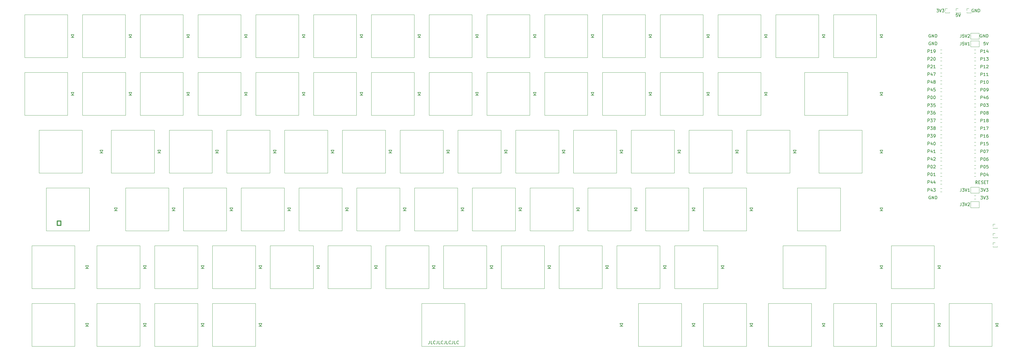
<source format=gbr>
%TF.GenerationSoftware,KiCad,Pcbnew,7.0.10*%
%TF.CreationDate,2024-01-23T11:20:41-03:00*%
%TF.ProjectId,PCB,5043422e-6b69-4636-9164-5f7063625858,V1.0*%
%TF.SameCoordinates,Original*%
%TF.FileFunction,Legend,Top*%
%TF.FilePolarity,Positive*%
%FSLAX46Y46*%
G04 Gerber Fmt 4.6, Leading zero omitted, Abs format (unit mm)*
G04 Created by KiCad (PCBNEW 7.0.10) date 2024-01-23 11:20:41*
%MOMM*%
%LPD*%
G01*
G04 APERTURE LIST*
%ADD10C,0.150000*%
%ADD11C,0.120000*%
%ADD12C,0.300000*%
G04 APERTURE END LIST*
D10*
X164544951Y-138646819D02*
X164544951Y-139361104D01*
X164544951Y-139361104D02*
X164497332Y-139503961D01*
X164497332Y-139503961D02*
X164402094Y-139599200D01*
X164402094Y-139599200D02*
X164259237Y-139646819D01*
X164259237Y-139646819D02*
X164163999Y-139646819D01*
X165497332Y-139646819D02*
X165021142Y-139646819D01*
X165021142Y-139646819D02*
X165021142Y-138646819D01*
X166402094Y-139551580D02*
X166354475Y-139599200D01*
X166354475Y-139599200D02*
X166211618Y-139646819D01*
X166211618Y-139646819D02*
X166116380Y-139646819D01*
X166116380Y-139646819D02*
X165973523Y-139599200D01*
X165973523Y-139599200D02*
X165878285Y-139503961D01*
X165878285Y-139503961D02*
X165830666Y-139408723D01*
X165830666Y-139408723D02*
X165783047Y-139218247D01*
X165783047Y-139218247D02*
X165783047Y-139075390D01*
X165783047Y-139075390D02*
X165830666Y-138884914D01*
X165830666Y-138884914D02*
X165878285Y-138789676D01*
X165878285Y-138789676D02*
X165973523Y-138694438D01*
X165973523Y-138694438D02*
X166116380Y-138646819D01*
X166116380Y-138646819D02*
X166211618Y-138646819D01*
X166211618Y-138646819D02*
X166354475Y-138694438D01*
X166354475Y-138694438D02*
X166402094Y-138742057D01*
X167116380Y-138646819D02*
X167116380Y-139361104D01*
X167116380Y-139361104D02*
X167068761Y-139503961D01*
X167068761Y-139503961D02*
X166973523Y-139599200D01*
X166973523Y-139599200D02*
X166830666Y-139646819D01*
X166830666Y-139646819D02*
X166735428Y-139646819D01*
X168068761Y-139646819D02*
X167592571Y-139646819D01*
X167592571Y-139646819D02*
X167592571Y-138646819D01*
X168973523Y-139551580D02*
X168925904Y-139599200D01*
X168925904Y-139599200D02*
X168783047Y-139646819D01*
X168783047Y-139646819D02*
X168687809Y-139646819D01*
X168687809Y-139646819D02*
X168544952Y-139599200D01*
X168544952Y-139599200D02*
X168449714Y-139503961D01*
X168449714Y-139503961D02*
X168402095Y-139408723D01*
X168402095Y-139408723D02*
X168354476Y-139218247D01*
X168354476Y-139218247D02*
X168354476Y-139075390D01*
X168354476Y-139075390D02*
X168402095Y-138884914D01*
X168402095Y-138884914D02*
X168449714Y-138789676D01*
X168449714Y-138789676D02*
X168544952Y-138694438D01*
X168544952Y-138694438D02*
X168687809Y-138646819D01*
X168687809Y-138646819D02*
X168783047Y-138646819D01*
X168783047Y-138646819D02*
X168925904Y-138694438D01*
X168925904Y-138694438D02*
X168973523Y-138742057D01*
X169687809Y-138646819D02*
X169687809Y-139361104D01*
X169687809Y-139361104D02*
X169640190Y-139503961D01*
X169640190Y-139503961D02*
X169544952Y-139599200D01*
X169544952Y-139599200D02*
X169402095Y-139646819D01*
X169402095Y-139646819D02*
X169306857Y-139646819D01*
X170640190Y-139646819D02*
X170164000Y-139646819D01*
X170164000Y-139646819D02*
X170164000Y-138646819D01*
X171544952Y-139551580D02*
X171497333Y-139599200D01*
X171497333Y-139599200D02*
X171354476Y-139646819D01*
X171354476Y-139646819D02*
X171259238Y-139646819D01*
X171259238Y-139646819D02*
X171116381Y-139599200D01*
X171116381Y-139599200D02*
X171021143Y-139503961D01*
X171021143Y-139503961D02*
X170973524Y-139408723D01*
X170973524Y-139408723D02*
X170925905Y-139218247D01*
X170925905Y-139218247D02*
X170925905Y-139075390D01*
X170925905Y-139075390D02*
X170973524Y-138884914D01*
X170973524Y-138884914D02*
X171021143Y-138789676D01*
X171021143Y-138789676D02*
X171116381Y-138694438D01*
X171116381Y-138694438D02*
X171259238Y-138646819D01*
X171259238Y-138646819D02*
X171354476Y-138646819D01*
X171354476Y-138646819D02*
X171497333Y-138694438D01*
X171497333Y-138694438D02*
X171544952Y-138742057D01*
X172259238Y-138646819D02*
X172259238Y-139361104D01*
X172259238Y-139361104D02*
X172211619Y-139503961D01*
X172211619Y-139503961D02*
X172116381Y-139599200D01*
X172116381Y-139599200D02*
X171973524Y-139646819D01*
X171973524Y-139646819D02*
X171878286Y-139646819D01*
X173211619Y-139646819D02*
X172735429Y-139646819D01*
X172735429Y-139646819D02*
X172735429Y-138646819D01*
X174116381Y-139551580D02*
X174068762Y-139599200D01*
X174068762Y-139599200D02*
X173925905Y-139646819D01*
X173925905Y-139646819D02*
X173830667Y-139646819D01*
X173830667Y-139646819D02*
X173687810Y-139599200D01*
X173687810Y-139599200D02*
X173592572Y-139503961D01*
X173592572Y-139503961D02*
X173544953Y-139408723D01*
X173544953Y-139408723D02*
X173497334Y-139218247D01*
X173497334Y-139218247D02*
X173497334Y-139075390D01*
X173497334Y-139075390D02*
X173544953Y-138884914D01*
X173544953Y-138884914D02*
X173592572Y-138789676D01*
X173592572Y-138789676D02*
X173687810Y-138694438D01*
X173687810Y-138694438D02*
X173830667Y-138646819D01*
X173830667Y-138646819D02*
X173925905Y-138646819D01*
X173925905Y-138646819D02*
X174068762Y-138694438D01*
X174068762Y-138694438D02*
X174116381Y-138742057D01*
X339828654Y-88354819D02*
X339828654Y-89069104D01*
X339828654Y-89069104D02*
X339781035Y-89211961D01*
X339781035Y-89211961D02*
X339685797Y-89307200D01*
X339685797Y-89307200D02*
X339542940Y-89354819D01*
X339542940Y-89354819D02*
X339447702Y-89354819D01*
X340209607Y-88354819D02*
X340828654Y-88354819D01*
X340828654Y-88354819D02*
X340495321Y-88735771D01*
X340495321Y-88735771D02*
X340638178Y-88735771D01*
X340638178Y-88735771D02*
X340733416Y-88783390D01*
X340733416Y-88783390D02*
X340781035Y-88831009D01*
X340781035Y-88831009D02*
X340828654Y-88926247D01*
X340828654Y-88926247D02*
X340828654Y-89164342D01*
X340828654Y-89164342D02*
X340781035Y-89259580D01*
X340781035Y-89259580D02*
X340733416Y-89307200D01*
X340733416Y-89307200D02*
X340638178Y-89354819D01*
X340638178Y-89354819D02*
X340352464Y-89354819D01*
X340352464Y-89354819D02*
X340257226Y-89307200D01*
X340257226Y-89307200D02*
X340209607Y-89259580D01*
X341114369Y-88354819D02*
X341447702Y-89354819D01*
X341447702Y-89354819D02*
X341781035Y-88354819D01*
X342638178Y-89354819D02*
X342066750Y-89354819D01*
X342352464Y-89354819D02*
X342352464Y-88354819D01*
X342352464Y-88354819D02*
X342257226Y-88497676D01*
X342257226Y-88497676D02*
X342161988Y-88592914D01*
X342161988Y-88592914D02*
X342066750Y-88640533D01*
X339828654Y-37554819D02*
X339828654Y-38269104D01*
X339828654Y-38269104D02*
X339781035Y-38411961D01*
X339781035Y-38411961D02*
X339685797Y-38507200D01*
X339685797Y-38507200D02*
X339542940Y-38554819D01*
X339542940Y-38554819D02*
X339447702Y-38554819D01*
X340781035Y-37554819D02*
X340304845Y-37554819D01*
X340304845Y-37554819D02*
X340257226Y-38031009D01*
X340257226Y-38031009D02*
X340304845Y-37983390D01*
X340304845Y-37983390D02*
X340400083Y-37935771D01*
X340400083Y-37935771D02*
X340638178Y-37935771D01*
X340638178Y-37935771D02*
X340733416Y-37983390D01*
X340733416Y-37983390D02*
X340781035Y-38031009D01*
X340781035Y-38031009D02*
X340828654Y-38126247D01*
X340828654Y-38126247D02*
X340828654Y-38364342D01*
X340828654Y-38364342D02*
X340781035Y-38459580D01*
X340781035Y-38459580D02*
X340733416Y-38507200D01*
X340733416Y-38507200D02*
X340638178Y-38554819D01*
X340638178Y-38554819D02*
X340400083Y-38554819D01*
X340400083Y-38554819D02*
X340304845Y-38507200D01*
X340304845Y-38507200D02*
X340257226Y-38459580D01*
X341114369Y-37554819D02*
X341447702Y-38554819D01*
X341447702Y-38554819D02*
X341781035Y-37554819D01*
X342066750Y-37650057D02*
X342114369Y-37602438D01*
X342114369Y-37602438D02*
X342209607Y-37554819D01*
X342209607Y-37554819D02*
X342447702Y-37554819D01*
X342447702Y-37554819D02*
X342542940Y-37602438D01*
X342542940Y-37602438D02*
X342590559Y-37650057D01*
X342590559Y-37650057D02*
X342638178Y-37745295D01*
X342638178Y-37745295D02*
X342638178Y-37840533D01*
X342638178Y-37840533D02*
X342590559Y-37983390D01*
X342590559Y-37983390D02*
X342019131Y-38554819D01*
X342019131Y-38554819D02*
X342638178Y-38554819D01*
X346284779Y-63910695D02*
X346284779Y-62910695D01*
X346284779Y-62910695D02*
X346665731Y-62910695D01*
X346665731Y-62910695D02*
X346760969Y-62958314D01*
X346760969Y-62958314D02*
X346808588Y-63005933D01*
X346808588Y-63005933D02*
X346856207Y-63101171D01*
X346856207Y-63101171D02*
X346856207Y-63244028D01*
X346856207Y-63244028D02*
X346808588Y-63339266D01*
X346808588Y-63339266D02*
X346760969Y-63386885D01*
X346760969Y-63386885D02*
X346665731Y-63434504D01*
X346665731Y-63434504D02*
X346284779Y-63434504D01*
X347475255Y-62910695D02*
X347570493Y-62910695D01*
X347570493Y-62910695D02*
X347665731Y-62958314D01*
X347665731Y-62958314D02*
X347713350Y-63005933D01*
X347713350Y-63005933D02*
X347760969Y-63101171D01*
X347760969Y-63101171D02*
X347808588Y-63291647D01*
X347808588Y-63291647D02*
X347808588Y-63529742D01*
X347808588Y-63529742D02*
X347760969Y-63720218D01*
X347760969Y-63720218D02*
X347713350Y-63815456D01*
X347713350Y-63815456D02*
X347665731Y-63863076D01*
X347665731Y-63863076D02*
X347570493Y-63910695D01*
X347570493Y-63910695D02*
X347475255Y-63910695D01*
X347475255Y-63910695D02*
X347380017Y-63863076D01*
X347380017Y-63863076D02*
X347332398Y-63815456D01*
X347332398Y-63815456D02*
X347284779Y-63720218D01*
X347284779Y-63720218D02*
X347237160Y-63529742D01*
X347237160Y-63529742D02*
X347237160Y-63291647D01*
X347237160Y-63291647D02*
X347284779Y-63101171D01*
X347284779Y-63101171D02*
X347332398Y-63005933D01*
X347332398Y-63005933D02*
X347380017Y-62958314D01*
X347380017Y-62958314D02*
X347475255Y-62910695D01*
X348380017Y-63339266D02*
X348284779Y-63291647D01*
X348284779Y-63291647D02*
X348237160Y-63244028D01*
X348237160Y-63244028D02*
X348189541Y-63148790D01*
X348189541Y-63148790D02*
X348189541Y-63101171D01*
X348189541Y-63101171D02*
X348237160Y-63005933D01*
X348237160Y-63005933D02*
X348284779Y-62958314D01*
X348284779Y-62958314D02*
X348380017Y-62910695D01*
X348380017Y-62910695D02*
X348570493Y-62910695D01*
X348570493Y-62910695D02*
X348665731Y-62958314D01*
X348665731Y-62958314D02*
X348713350Y-63005933D01*
X348713350Y-63005933D02*
X348760969Y-63101171D01*
X348760969Y-63101171D02*
X348760969Y-63148790D01*
X348760969Y-63148790D02*
X348713350Y-63244028D01*
X348713350Y-63244028D02*
X348665731Y-63291647D01*
X348665731Y-63291647D02*
X348570493Y-63339266D01*
X348570493Y-63339266D02*
X348380017Y-63339266D01*
X348380017Y-63339266D02*
X348284779Y-63386885D01*
X348284779Y-63386885D02*
X348237160Y-63434504D01*
X348237160Y-63434504D02*
X348189541Y-63529742D01*
X348189541Y-63529742D02*
X348189541Y-63720218D01*
X348189541Y-63720218D02*
X348237160Y-63815456D01*
X348237160Y-63815456D02*
X348284779Y-63863076D01*
X348284779Y-63863076D02*
X348380017Y-63910695D01*
X348380017Y-63910695D02*
X348570493Y-63910695D01*
X348570493Y-63910695D02*
X348665731Y-63863076D01*
X348665731Y-63863076D02*
X348713350Y-63815456D01*
X348713350Y-63815456D02*
X348760969Y-63720218D01*
X348760969Y-63720218D02*
X348760969Y-63529742D01*
X348760969Y-63529742D02*
X348713350Y-63434504D01*
X348713350Y-63434504D02*
X348665731Y-63386885D01*
X348665731Y-63386885D02*
X348570493Y-63339266D01*
X346284779Y-68990695D02*
X346284779Y-67990695D01*
X346284779Y-67990695D02*
X346665731Y-67990695D01*
X346665731Y-67990695D02*
X346760969Y-68038314D01*
X346760969Y-68038314D02*
X346808588Y-68085933D01*
X346808588Y-68085933D02*
X346856207Y-68181171D01*
X346856207Y-68181171D02*
X346856207Y-68324028D01*
X346856207Y-68324028D02*
X346808588Y-68419266D01*
X346808588Y-68419266D02*
X346760969Y-68466885D01*
X346760969Y-68466885D02*
X346665731Y-68514504D01*
X346665731Y-68514504D02*
X346284779Y-68514504D01*
X347808588Y-68990695D02*
X347237160Y-68990695D01*
X347522874Y-68990695D02*
X347522874Y-67990695D01*
X347522874Y-67990695D02*
X347427636Y-68133552D01*
X347427636Y-68133552D02*
X347332398Y-68228790D01*
X347332398Y-68228790D02*
X347237160Y-68276409D01*
X348141922Y-67990695D02*
X348808588Y-67990695D01*
X348808588Y-67990695D02*
X348380017Y-68990695D01*
X329743630Y-90898314D02*
X329648392Y-90850695D01*
X329648392Y-90850695D02*
X329505535Y-90850695D01*
X329505535Y-90850695D02*
X329362678Y-90898314D01*
X329362678Y-90898314D02*
X329267440Y-90993552D01*
X329267440Y-90993552D02*
X329219821Y-91088790D01*
X329219821Y-91088790D02*
X329172202Y-91279266D01*
X329172202Y-91279266D02*
X329172202Y-91422123D01*
X329172202Y-91422123D02*
X329219821Y-91612599D01*
X329219821Y-91612599D02*
X329267440Y-91707837D01*
X329267440Y-91707837D02*
X329362678Y-91803076D01*
X329362678Y-91803076D02*
X329505535Y-91850695D01*
X329505535Y-91850695D02*
X329600773Y-91850695D01*
X329600773Y-91850695D02*
X329743630Y-91803076D01*
X329743630Y-91803076D02*
X329791249Y-91755456D01*
X329791249Y-91755456D02*
X329791249Y-91422123D01*
X329791249Y-91422123D02*
X329600773Y-91422123D01*
X330219821Y-91850695D02*
X330219821Y-90850695D01*
X330219821Y-90850695D02*
X330791249Y-91850695D01*
X330791249Y-91850695D02*
X330791249Y-90850695D01*
X331267440Y-91850695D02*
X331267440Y-90850695D01*
X331267440Y-90850695D02*
X331505535Y-90850695D01*
X331505535Y-90850695D02*
X331648392Y-90898314D01*
X331648392Y-90898314D02*
X331743630Y-90993552D01*
X331743630Y-90993552D02*
X331791249Y-91088790D01*
X331791249Y-91088790D02*
X331838868Y-91279266D01*
X331838868Y-91279266D02*
X331838868Y-91422123D01*
X331838868Y-91422123D02*
X331791249Y-91612599D01*
X331791249Y-91612599D02*
X331743630Y-91707837D01*
X331743630Y-91707837D02*
X331648392Y-91803076D01*
X331648392Y-91803076D02*
X331505535Y-91850695D01*
X331505535Y-91850695D02*
X331267440Y-91850695D01*
X328831649Y-71526899D02*
X328831649Y-70526899D01*
X328831649Y-70526899D02*
X329212601Y-70526899D01*
X329212601Y-70526899D02*
X329307839Y-70574518D01*
X329307839Y-70574518D02*
X329355458Y-70622137D01*
X329355458Y-70622137D02*
X329403077Y-70717375D01*
X329403077Y-70717375D02*
X329403077Y-70860232D01*
X329403077Y-70860232D02*
X329355458Y-70955470D01*
X329355458Y-70955470D02*
X329307839Y-71003089D01*
X329307839Y-71003089D02*
X329212601Y-71050708D01*
X329212601Y-71050708D02*
X328831649Y-71050708D01*
X329736411Y-70526899D02*
X330355458Y-70526899D01*
X330355458Y-70526899D02*
X330022125Y-70907851D01*
X330022125Y-70907851D02*
X330164982Y-70907851D01*
X330164982Y-70907851D02*
X330260220Y-70955470D01*
X330260220Y-70955470D02*
X330307839Y-71003089D01*
X330307839Y-71003089D02*
X330355458Y-71098327D01*
X330355458Y-71098327D02*
X330355458Y-71336422D01*
X330355458Y-71336422D02*
X330307839Y-71431660D01*
X330307839Y-71431660D02*
X330260220Y-71479280D01*
X330260220Y-71479280D02*
X330164982Y-71526899D01*
X330164982Y-71526899D02*
X329879268Y-71526899D01*
X329879268Y-71526899D02*
X329784030Y-71479280D01*
X329784030Y-71479280D02*
X329736411Y-71431660D01*
X330831649Y-71526899D02*
X331022125Y-71526899D01*
X331022125Y-71526899D02*
X331117363Y-71479280D01*
X331117363Y-71479280D02*
X331164982Y-71431660D01*
X331164982Y-71431660D02*
X331260220Y-71288803D01*
X331260220Y-71288803D02*
X331307839Y-71098327D01*
X331307839Y-71098327D02*
X331307839Y-70717375D01*
X331307839Y-70717375D02*
X331260220Y-70622137D01*
X331260220Y-70622137D02*
X331212601Y-70574518D01*
X331212601Y-70574518D02*
X331117363Y-70526899D01*
X331117363Y-70526899D02*
X330926887Y-70526899D01*
X330926887Y-70526899D02*
X330831649Y-70574518D01*
X330831649Y-70574518D02*
X330784030Y-70622137D01*
X330784030Y-70622137D02*
X330736411Y-70717375D01*
X330736411Y-70717375D02*
X330736411Y-70955470D01*
X330736411Y-70955470D02*
X330784030Y-71050708D01*
X330784030Y-71050708D02*
X330831649Y-71098327D01*
X330831649Y-71098327D02*
X330926887Y-71145946D01*
X330926887Y-71145946D02*
X331117363Y-71145946D01*
X331117363Y-71145946D02*
X331212601Y-71098327D01*
X331212601Y-71098327D02*
X331260220Y-71050708D01*
X331260220Y-71050708D02*
X331307839Y-70955470D01*
X328831649Y-68986899D02*
X328831649Y-67986899D01*
X328831649Y-67986899D02*
X329212601Y-67986899D01*
X329212601Y-67986899D02*
X329307839Y-68034518D01*
X329307839Y-68034518D02*
X329355458Y-68082137D01*
X329355458Y-68082137D02*
X329403077Y-68177375D01*
X329403077Y-68177375D02*
X329403077Y-68320232D01*
X329403077Y-68320232D02*
X329355458Y-68415470D01*
X329355458Y-68415470D02*
X329307839Y-68463089D01*
X329307839Y-68463089D02*
X329212601Y-68510708D01*
X329212601Y-68510708D02*
X328831649Y-68510708D01*
X329736411Y-67986899D02*
X330355458Y-67986899D01*
X330355458Y-67986899D02*
X330022125Y-68367851D01*
X330022125Y-68367851D02*
X330164982Y-68367851D01*
X330164982Y-68367851D02*
X330260220Y-68415470D01*
X330260220Y-68415470D02*
X330307839Y-68463089D01*
X330307839Y-68463089D02*
X330355458Y-68558327D01*
X330355458Y-68558327D02*
X330355458Y-68796422D01*
X330355458Y-68796422D02*
X330307839Y-68891660D01*
X330307839Y-68891660D02*
X330260220Y-68939280D01*
X330260220Y-68939280D02*
X330164982Y-68986899D01*
X330164982Y-68986899D02*
X329879268Y-68986899D01*
X329879268Y-68986899D02*
X329784030Y-68939280D01*
X329784030Y-68939280D02*
X329736411Y-68891660D01*
X330926887Y-68415470D02*
X330831649Y-68367851D01*
X330831649Y-68367851D02*
X330784030Y-68320232D01*
X330784030Y-68320232D02*
X330736411Y-68224994D01*
X330736411Y-68224994D02*
X330736411Y-68177375D01*
X330736411Y-68177375D02*
X330784030Y-68082137D01*
X330784030Y-68082137D02*
X330831649Y-68034518D01*
X330831649Y-68034518D02*
X330926887Y-67986899D01*
X330926887Y-67986899D02*
X331117363Y-67986899D01*
X331117363Y-67986899D02*
X331212601Y-68034518D01*
X331212601Y-68034518D02*
X331260220Y-68082137D01*
X331260220Y-68082137D02*
X331307839Y-68177375D01*
X331307839Y-68177375D02*
X331307839Y-68224994D01*
X331307839Y-68224994D02*
X331260220Y-68320232D01*
X331260220Y-68320232D02*
X331212601Y-68367851D01*
X331212601Y-68367851D02*
X331117363Y-68415470D01*
X331117363Y-68415470D02*
X330926887Y-68415470D01*
X330926887Y-68415470D02*
X330831649Y-68463089D01*
X330831649Y-68463089D02*
X330784030Y-68510708D01*
X330784030Y-68510708D02*
X330736411Y-68605946D01*
X330736411Y-68605946D02*
X330736411Y-68796422D01*
X330736411Y-68796422D02*
X330784030Y-68891660D01*
X330784030Y-68891660D02*
X330831649Y-68939280D01*
X330831649Y-68939280D02*
X330926887Y-68986899D01*
X330926887Y-68986899D02*
X331117363Y-68986899D01*
X331117363Y-68986899D02*
X331212601Y-68939280D01*
X331212601Y-68939280D02*
X331260220Y-68891660D01*
X331260220Y-68891660D02*
X331307839Y-68796422D01*
X331307839Y-68796422D02*
X331307839Y-68605946D01*
X331307839Y-68605946D02*
X331260220Y-68510708D01*
X331260220Y-68510708D02*
X331212601Y-68463089D01*
X331212601Y-68463089D02*
X331117363Y-68415470D01*
X328831649Y-63906899D02*
X328831649Y-62906899D01*
X328831649Y-62906899D02*
X329212601Y-62906899D01*
X329212601Y-62906899D02*
X329307839Y-62954518D01*
X329307839Y-62954518D02*
X329355458Y-63002137D01*
X329355458Y-63002137D02*
X329403077Y-63097375D01*
X329403077Y-63097375D02*
X329403077Y-63240232D01*
X329403077Y-63240232D02*
X329355458Y-63335470D01*
X329355458Y-63335470D02*
X329307839Y-63383089D01*
X329307839Y-63383089D02*
X329212601Y-63430708D01*
X329212601Y-63430708D02*
X328831649Y-63430708D01*
X329736411Y-62906899D02*
X330355458Y-62906899D01*
X330355458Y-62906899D02*
X330022125Y-63287851D01*
X330022125Y-63287851D02*
X330164982Y-63287851D01*
X330164982Y-63287851D02*
X330260220Y-63335470D01*
X330260220Y-63335470D02*
X330307839Y-63383089D01*
X330307839Y-63383089D02*
X330355458Y-63478327D01*
X330355458Y-63478327D02*
X330355458Y-63716422D01*
X330355458Y-63716422D02*
X330307839Y-63811660D01*
X330307839Y-63811660D02*
X330260220Y-63859280D01*
X330260220Y-63859280D02*
X330164982Y-63906899D01*
X330164982Y-63906899D02*
X329879268Y-63906899D01*
X329879268Y-63906899D02*
X329784030Y-63859280D01*
X329784030Y-63859280D02*
X329736411Y-63811660D01*
X331212601Y-62906899D02*
X331022125Y-62906899D01*
X331022125Y-62906899D02*
X330926887Y-62954518D01*
X330926887Y-62954518D02*
X330879268Y-63002137D01*
X330879268Y-63002137D02*
X330784030Y-63144994D01*
X330784030Y-63144994D02*
X330736411Y-63335470D01*
X330736411Y-63335470D02*
X330736411Y-63716422D01*
X330736411Y-63716422D02*
X330784030Y-63811660D01*
X330784030Y-63811660D02*
X330831649Y-63859280D01*
X330831649Y-63859280D02*
X330926887Y-63906899D01*
X330926887Y-63906899D02*
X331117363Y-63906899D01*
X331117363Y-63906899D02*
X331212601Y-63859280D01*
X331212601Y-63859280D02*
X331260220Y-63811660D01*
X331260220Y-63811660D02*
X331307839Y-63716422D01*
X331307839Y-63716422D02*
X331307839Y-63478327D01*
X331307839Y-63478327D02*
X331260220Y-63383089D01*
X331260220Y-63383089D02*
X331212601Y-63335470D01*
X331212601Y-63335470D02*
X331117363Y-63287851D01*
X331117363Y-63287851D02*
X330926887Y-63287851D01*
X330926887Y-63287851D02*
X330831649Y-63335470D01*
X330831649Y-63335470D02*
X330784030Y-63383089D01*
X330784030Y-63383089D02*
X330736411Y-63478327D01*
X346284779Y-46130695D02*
X346284779Y-45130695D01*
X346284779Y-45130695D02*
X346665731Y-45130695D01*
X346665731Y-45130695D02*
X346760969Y-45178314D01*
X346760969Y-45178314D02*
X346808588Y-45225933D01*
X346808588Y-45225933D02*
X346856207Y-45321171D01*
X346856207Y-45321171D02*
X346856207Y-45464028D01*
X346856207Y-45464028D02*
X346808588Y-45559266D01*
X346808588Y-45559266D02*
X346760969Y-45606885D01*
X346760969Y-45606885D02*
X346665731Y-45654504D01*
X346665731Y-45654504D02*
X346284779Y-45654504D01*
X347808588Y-46130695D02*
X347237160Y-46130695D01*
X347522874Y-46130695D02*
X347522874Y-45130695D01*
X347522874Y-45130695D02*
X347427636Y-45273552D01*
X347427636Y-45273552D02*
X347332398Y-45368790D01*
X347332398Y-45368790D02*
X347237160Y-45416409D01*
X348141922Y-45130695D02*
X348760969Y-45130695D01*
X348760969Y-45130695D02*
X348427636Y-45511647D01*
X348427636Y-45511647D02*
X348570493Y-45511647D01*
X348570493Y-45511647D02*
X348665731Y-45559266D01*
X348665731Y-45559266D02*
X348713350Y-45606885D01*
X348713350Y-45606885D02*
X348760969Y-45702123D01*
X348760969Y-45702123D02*
X348760969Y-45940218D01*
X348760969Y-45940218D02*
X348713350Y-46035456D01*
X348713350Y-46035456D02*
X348665731Y-46083076D01*
X348665731Y-46083076D02*
X348570493Y-46130695D01*
X348570493Y-46130695D02*
X348284779Y-46130695D01*
X348284779Y-46130695D02*
X348189541Y-46083076D01*
X348189541Y-46083076D02*
X348141922Y-46035456D01*
X347798497Y-40053415D02*
X347322307Y-40053415D01*
X347322307Y-40053415D02*
X347274688Y-40529605D01*
X347274688Y-40529605D02*
X347322307Y-40481986D01*
X347322307Y-40481986D02*
X347417545Y-40434367D01*
X347417545Y-40434367D02*
X347655640Y-40434367D01*
X347655640Y-40434367D02*
X347750878Y-40481986D01*
X347750878Y-40481986D02*
X347798497Y-40529605D01*
X347798497Y-40529605D02*
X347846116Y-40624843D01*
X347846116Y-40624843D02*
X347846116Y-40862938D01*
X347846116Y-40862938D02*
X347798497Y-40958176D01*
X347798497Y-40958176D02*
X347750878Y-41005796D01*
X347750878Y-41005796D02*
X347655640Y-41053415D01*
X347655640Y-41053415D02*
X347417545Y-41053415D01*
X347417545Y-41053415D02*
X347322307Y-41005796D01*
X347322307Y-41005796D02*
X347274688Y-40958176D01*
X348131831Y-40053415D02*
X348465164Y-41053415D01*
X348465164Y-41053415D02*
X348798497Y-40053415D01*
X328831649Y-79146899D02*
X328831649Y-78146899D01*
X328831649Y-78146899D02*
X329212601Y-78146899D01*
X329212601Y-78146899D02*
X329307839Y-78194518D01*
X329307839Y-78194518D02*
X329355458Y-78242137D01*
X329355458Y-78242137D02*
X329403077Y-78337375D01*
X329403077Y-78337375D02*
X329403077Y-78480232D01*
X329403077Y-78480232D02*
X329355458Y-78575470D01*
X329355458Y-78575470D02*
X329307839Y-78623089D01*
X329307839Y-78623089D02*
X329212601Y-78670708D01*
X329212601Y-78670708D02*
X328831649Y-78670708D01*
X330260220Y-78480232D02*
X330260220Y-79146899D01*
X330022125Y-78099280D02*
X329784030Y-78813565D01*
X329784030Y-78813565D02*
X330403077Y-78813565D01*
X330736411Y-78242137D02*
X330784030Y-78194518D01*
X330784030Y-78194518D02*
X330879268Y-78146899D01*
X330879268Y-78146899D02*
X331117363Y-78146899D01*
X331117363Y-78146899D02*
X331212601Y-78194518D01*
X331212601Y-78194518D02*
X331260220Y-78242137D01*
X331260220Y-78242137D02*
X331307839Y-78337375D01*
X331307839Y-78337375D02*
X331307839Y-78432613D01*
X331307839Y-78432613D02*
X331260220Y-78575470D01*
X331260220Y-78575470D02*
X330688792Y-79146899D01*
X330688792Y-79146899D02*
X331307839Y-79146899D01*
X328831649Y-81686899D02*
X328831649Y-80686899D01*
X328831649Y-80686899D02*
X329212601Y-80686899D01*
X329212601Y-80686899D02*
X329307839Y-80734518D01*
X329307839Y-80734518D02*
X329355458Y-80782137D01*
X329355458Y-80782137D02*
X329403077Y-80877375D01*
X329403077Y-80877375D02*
X329403077Y-81020232D01*
X329403077Y-81020232D02*
X329355458Y-81115470D01*
X329355458Y-81115470D02*
X329307839Y-81163089D01*
X329307839Y-81163089D02*
X329212601Y-81210708D01*
X329212601Y-81210708D02*
X328831649Y-81210708D01*
X330022125Y-80686899D02*
X330117363Y-80686899D01*
X330117363Y-80686899D02*
X330212601Y-80734518D01*
X330212601Y-80734518D02*
X330260220Y-80782137D01*
X330260220Y-80782137D02*
X330307839Y-80877375D01*
X330307839Y-80877375D02*
X330355458Y-81067851D01*
X330355458Y-81067851D02*
X330355458Y-81305946D01*
X330355458Y-81305946D02*
X330307839Y-81496422D01*
X330307839Y-81496422D02*
X330260220Y-81591660D01*
X330260220Y-81591660D02*
X330212601Y-81639280D01*
X330212601Y-81639280D02*
X330117363Y-81686899D01*
X330117363Y-81686899D02*
X330022125Y-81686899D01*
X330022125Y-81686899D02*
X329926887Y-81639280D01*
X329926887Y-81639280D02*
X329879268Y-81591660D01*
X329879268Y-81591660D02*
X329831649Y-81496422D01*
X329831649Y-81496422D02*
X329784030Y-81305946D01*
X329784030Y-81305946D02*
X329784030Y-81067851D01*
X329784030Y-81067851D02*
X329831649Y-80877375D01*
X329831649Y-80877375D02*
X329879268Y-80782137D01*
X329879268Y-80782137D02*
X329926887Y-80734518D01*
X329926887Y-80734518D02*
X330022125Y-80686899D01*
X330736411Y-80782137D02*
X330784030Y-80734518D01*
X330784030Y-80734518D02*
X330879268Y-80686899D01*
X330879268Y-80686899D02*
X331117363Y-80686899D01*
X331117363Y-80686899D02*
X331212601Y-80734518D01*
X331212601Y-80734518D02*
X331260220Y-80782137D01*
X331260220Y-80782137D02*
X331307839Y-80877375D01*
X331307839Y-80877375D02*
X331307839Y-80972613D01*
X331307839Y-80972613D02*
X331260220Y-81115470D01*
X331260220Y-81115470D02*
X330688792Y-81686899D01*
X330688792Y-81686899D02*
X331307839Y-81686899D01*
X328831649Y-53746899D02*
X328831649Y-52746899D01*
X328831649Y-52746899D02*
X329212601Y-52746899D01*
X329212601Y-52746899D02*
X329307839Y-52794518D01*
X329307839Y-52794518D02*
X329355458Y-52842137D01*
X329355458Y-52842137D02*
X329403077Y-52937375D01*
X329403077Y-52937375D02*
X329403077Y-53080232D01*
X329403077Y-53080232D02*
X329355458Y-53175470D01*
X329355458Y-53175470D02*
X329307839Y-53223089D01*
X329307839Y-53223089D02*
X329212601Y-53270708D01*
X329212601Y-53270708D02*
X328831649Y-53270708D01*
X330260220Y-53080232D02*
X330260220Y-53746899D01*
X330022125Y-52699280D02*
X329784030Y-53413565D01*
X329784030Y-53413565D02*
X330403077Y-53413565D01*
X330926887Y-53175470D02*
X330831649Y-53127851D01*
X330831649Y-53127851D02*
X330784030Y-53080232D01*
X330784030Y-53080232D02*
X330736411Y-52984994D01*
X330736411Y-52984994D02*
X330736411Y-52937375D01*
X330736411Y-52937375D02*
X330784030Y-52842137D01*
X330784030Y-52842137D02*
X330831649Y-52794518D01*
X330831649Y-52794518D02*
X330926887Y-52746899D01*
X330926887Y-52746899D02*
X331117363Y-52746899D01*
X331117363Y-52746899D02*
X331212601Y-52794518D01*
X331212601Y-52794518D02*
X331260220Y-52842137D01*
X331260220Y-52842137D02*
X331307839Y-52937375D01*
X331307839Y-52937375D02*
X331307839Y-52984994D01*
X331307839Y-52984994D02*
X331260220Y-53080232D01*
X331260220Y-53080232D02*
X331212601Y-53127851D01*
X331212601Y-53127851D02*
X331117363Y-53175470D01*
X331117363Y-53175470D02*
X330926887Y-53175470D01*
X330926887Y-53175470D02*
X330831649Y-53223089D01*
X330831649Y-53223089D02*
X330784030Y-53270708D01*
X330784030Y-53270708D02*
X330736411Y-53365946D01*
X330736411Y-53365946D02*
X330736411Y-53556422D01*
X330736411Y-53556422D02*
X330784030Y-53651660D01*
X330784030Y-53651660D02*
X330831649Y-53699280D01*
X330831649Y-53699280D02*
X330926887Y-53746899D01*
X330926887Y-53746899D02*
X331117363Y-53746899D01*
X331117363Y-53746899D02*
X331212601Y-53699280D01*
X331212601Y-53699280D02*
X331260220Y-53651660D01*
X331260220Y-53651660D02*
X331307839Y-53556422D01*
X331307839Y-53556422D02*
X331307839Y-53365946D01*
X331307839Y-53365946D02*
X331260220Y-53270708D01*
X331260220Y-53270708D02*
X331212601Y-53223089D01*
X331212601Y-53223089D02*
X331117363Y-53175470D01*
X328831649Y-89354819D02*
X328831649Y-88354819D01*
X328831649Y-88354819D02*
X329212601Y-88354819D01*
X329212601Y-88354819D02*
X329307839Y-88402438D01*
X329307839Y-88402438D02*
X329355458Y-88450057D01*
X329355458Y-88450057D02*
X329403077Y-88545295D01*
X329403077Y-88545295D02*
X329403077Y-88688152D01*
X329403077Y-88688152D02*
X329355458Y-88783390D01*
X329355458Y-88783390D02*
X329307839Y-88831009D01*
X329307839Y-88831009D02*
X329212601Y-88878628D01*
X329212601Y-88878628D02*
X328831649Y-88878628D01*
X330260220Y-88688152D02*
X330260220Y-89354819D01*
X330022125Y-88307200D02*
X329784030Y-89021485D01*
X329784030Y-89021485D02*
X330403077Y-89021485D01*
X330688792Y-88354819D02*
X331307839Y-88354819D01*
X331307839Y-88354819D02*
X330974506Y-88735771D01*
X330974506Y-88735771D02*
X331117363Y-88735771D01*
X331117363Y-88735771D02*
X331212601Y-88783390D01*
X331212601Y-88783390D02*
X331260220Y-88831009D01*
X331260220Y-88831009D02*
X331307839Y-88926247D01*
X331307839Y-88926247D02*
X331307839Y-89164342D01*
X331307839Y-89164342D02*
X331260220Y-89259580D01*
X331260220Y-89259580D02*
X331212601Y-89307200D01*
X331212601Y-89307200D02*
X331117363Y-89354819D01*
X331117363Y-89354819D02*
X330831649Y-89354819D01*
X330831649Y-89354819D02*
X330736411Y-89307200D01*
X330736411Y-89307200D02*
X330688792Y-89259580D01*
X346284779Y-84274819D02*
X346284779Y-83274819D01*
X346284779Y-83274819D02*
X346665731Y-83274819D01*
X346665731Y-83274819D02*
X346760969Y-83322438D01*
X346760969Y-83322438D02*
X346808588Y-83370057D01*
X346808588Y-83370057D02*
X346856207Y-83465295D01*
X346856207Y-83465295D02*
X346856207Y-83608152D01*
X346856207Y-83608152D02*
X346808588Y-83703390D01*
X346808588Y-83703390D02*
X346760969Y-83751009D01*
X346760969Y-83751009D02*
X346665731Y-83798628D01*
X346665731Y-83798628D02*
X346284779Y-83798628D01*
X347475255Y-83274819D02*
X347570493Y-83274819D01*
X347570493Y-83274819D02*
X347665731Y-83322438D01*
X347665731Y-83322438D02*
X347713350Y-83370057D01*
X347713350Y-83370057D02*
X347760969Y-83465295D01*
X347760969Y-83465295D02*
X347808588Y-83655771D01*
X347808588Y-83655771D02*
X347808588Y-83893866D01*
X347808588Y-83893866D02*
X347760969Y-84084342D01*
X347760969Y-84084342D02*
X347713350Y-84179580D01*
X347713350Y-84179580D02*
X347665731Y-84227200D01*
X347665731Y-84227200D02*
X347570493Y-84274819D01*
X347570493Y-84274819D02*
X347475255Y-84274819D01*
X347475255Y-84274819D02*
X347380017Y-84227200D01*
X347380017Y-84227200D02*
X347332398Y-84179580D01*
X347332398Y-84179580D02*
X347284779Y-84084342D01*
X347284779Y-84084342D02*
X347237160Y-83893866D01*
X347237160Y-83893866D02*
X347237160Y-83655771D01*
X347237160Y-83655771D02*
X347284779Y-83465295D01*
X347284779Y-83465295D02*
X347332398Y-83370057D01*
X347332398Y-83370057D02*
X347380017Y-83322438D01*
X347380017Y-83322438D02*
X347475255Y-83274819D01*
X348665731Y-83608152D02*
X348665731Y-84274819D01*
X348427636Y-83227200D02*
X348189541Y-83941485D01*
X348189541Y-83941485D02*
X348808588Y-83941485D01*
X346284779Y-53750695D02*
X346284779Y-52750695D01*
X346284779Y-52750695D02*
X346665731Y-52750695D01*
X346665731Y-52750695D02*
X346760969Y-52798314D01*
X346760969Y-52798314D02*
X346808588Y-52845933D01*
X346808588Y-52845933D02*
X346856207Y-52941171D01*
X346856207Y-52941171D02*
X346856207Y-53084028D01*
X346856207Y-53084028D02*
X346808588Y-53179266D01*
X346808588Y-53179266D02*
X346760969Y-53226885D01*
X346760969Y-53226885D02*
X346665731Y-53274504D01*
X346665731Y-53274504D02*
X346284779Y-53274504D01*
X347808588Y-53750695D02*
X347237160Y-53750695D01*
X347522874Y-53750695D02*
X347522874Y-52750695D01*
X347522874Y-52750695D02*
X347427636Y-52893552D01*
X347427636Y-52893552D02*
X347332398Y-52988790D01*
X347332398Y-52988790D02*
X347237160Y-53036409D01*
X348427636Y-52750695D02*
X348522874Y-52750695D01*
X348522874Y-52750695D02*
X348618112Y-52798314D01*
X348618112Y-52798314D02*
X348665731Y-52845933D01*
X348665731Y-52845933D02*
X348713350Y-52941171D01*
X348713350Y-52941171D02*
X348760969Y-53131647D01*
X348760969Y-53131647D02*
X348760969Y-53369742D01*
X348760969Y-53369742D02*
X348713350Y-53560218D01*
X348713350Y-53560218D02*
X348665731Y-53655456D01*
X348665731Y-53655456D02*
X348618112Y-53703076D01*
X348618112Y-53703076D02*
X348522874Y-53750695D01*
X348522874Y-53750695D02*
X348427636Y-53750695D01*
X348427636Y-53750695D02*
X348332398Y-53703076D01*
X348332398Y-53703076D02*
X348284779Y-53655456D01*
X348284779Y-53655456D02*
X348237160Y-53560218D01*
X348237160Y-53560218D02*
X348189541Y-53369742D01*
X348189541Y-53369742D02*
X348189541Y-53131647D01*
X348189541Y-53131647D02*
X348237160Y-52941171D01*
X348237160Y-52941171D02*
X348284779Y-52845933D01*
X348284779Y-52845933D02*
X348332398Y-52798314D01*
X348332398Y-52798314D02*
X348427636Y-52750695D01*
X346284779Y-48670695D02*
X346284779Y-47670695D01*
X346284779Y-47670695D02*
X346665731Y-47670695D01*
X346665731Y-47670695D02*
X346760969Y-47718314D01*
X346760969Y-47718314D02*
X346808588Y-47765933D01*
X346808588Y-47765933D02*
X346856207Y-47861171D01*
X346856207Y-47861171D02*
X346856207Y-48004028D01*
X346856207Y-48004028D02*
X346808588Y-48099266D01*
X346808588Y-48099266D02*
X346760969Y-48146885D01*
X346760969Y-48146885D02*
X346665731Y-48194504D01*
X346665731Y-48194504D02*
X346284779Y-48194504D01*
X347808588Y-48670695D02*
X347237160Y-48670695D01*
X347522874Y-48670695D02*
X347522874Y-47670695D01*
X347522874Y-47670695D02*
X347427636Y-47813552D01*
X347427636Y-47813552D02*
X347332398Y-47908790D01*
X347332398Y-47908790D02*
X347237160Y-47956409D01*
X348189541Y-47765933D02*
X348237160Y-47718314D01*
X348237160Y-47718314D02*
X348332398Y-47670695D01*
X348332398Y-47670695D02*
X348570493Y-47670695D01*
X348570493Y-47670695D02*
X348665731Y-47718314D01*
X348665731Y-47718314D02*
X348713350Y-47765933D01*
X348713350Y-47765933D02*
X348760969Y-47861171D01*
X348760969Y-47861171D02*
X348760969Y-47956409D01*
X348760969Y-47956409D02*
X348713350Y-48099266D01*
X348713350Y-48099266D02*
X348141922Y-48670695D01*
X348141922Y-48670695D02*
X348760969Y-48670695D01*
X328831649Y-76606899D02*
X328831649Y-75606899D01*
X328831649Y-75606899D02*
X329212601Y-75606899D01*
X329212601Y-75606899D02*
X329307839Y-75654518D01*
X329307839Y-75654518D02*
X329355458Y-75702137D01*
X329355458Y-75702137D02*
X329403077Y-75797375D01*
X329403077Y-75797375D02*
X329403077Y-75940232D01*
X329403077Y-75940232D02*
X329355458Y-76035470D01*
X329355458Y-76035470D02*
X329307839Y-76083089D01*
X329307839Y-76083089D02*
X329212601Y-76130708D01*
X329212601Y-76130708D02*
X328831649Y-76130708D01*
X330260220Y-75940232D02*
X330260220Y-76606899D01*
X330022125Y-75559280D02*
X329784030Y-76273565D01*
X329784030Y-76273565D02*
X330403077Y-76273565D01*
X331307839Y-76606899D02*
X330736411Y-76606899D01*
X331022125Y-76606899D02*
X331022125Y-75606899D01*
X331022125Y-75606899D02*
X330926887Y-75749756D01*
X330926887Y-75749756D02*
X330831649Y-75844994D01*
X330831649Y-75844994D02*
X330736411Y-75892613D01*
X328831649Y-56286899D02*
X328831649Y-55286899D01*
X328831649Y-55286899D02*
X329212601Y-55286899D01*
X329212601Y-55286899D02*
X329307839Y-55334518D01*
X329307839Y-55334518D02*
X329355458Y-55382137D01*
X329355458Y-55382137D02*
X329403077Y-55477375D01*
X329403077Y-55477375D02*
X329403077Y-55620232D01*
X329403077Y-55620232D02*
X329355458Y-55715470D01*
X329355458Y-55715470D02*
X329307839Y-55763089D01*
X329307839Y-55763089D02*
X329212601Y-55810708D01*
X329212601Y-55810708D02*
X328831649Y-55810708D01*
X330260220Y-55620232D02*
X330260220Y-56286899D01*
X330022125Y-55239280D02*
X329784030Y-55953565D01*
X329784030Y-55953565D02*
X330403077Y-55953565D01*
X331260220Y-55286899D02*
X330784030Y-55286899D01*
X330784030Y-55286899D02*
X330736411Y-55763089D01*
X330736411Y-55763089D02*
X330784030Y-55715470D01*
X330784030Y-55715470D02*
X330879268Y-55667851D01*
X330879268Y-55667851D02*
X331117363Y-55667851D01*
X331117363Y-55667851D02*
X331212601Y-55715470D01*
X331212601Y-55715470D02*
X331260220Y-55763089D01*
X331260220Y-55763089D02*
X331307839Y-55858327D01*
X331307839Y-55858327D02*
X331307839Y-56096422D01*
X331307839Y-56096422D02*
X331260220Y-56191660D01*
X331260220Y-56191660D02*
X331212601Y-56239280D01*
X331212601Y-56239280D02*
X331117363Y-56286899D01*
X331117363Y-56286899D02*
X330879268Y-56286899D01*
X330879268Y-56286899D02*
X330784030Y-56239280D01*
X330784030Y-56239280D02*
X330736411Y-56191660D01*
X328831649Y-51206899D02*
X328831649Y-50206899D01*
X328831649Y-50206899D02*
X329212601Y-50206899D01*
X329212601Y-50206899D02*
X329307839Y-50254518D01*
X329307839Y-50254518D02*
X329355458Y-50302137D01*
X329355458Y-50302137D02*
X329403077Y-50397375D01*
X329403077Y-50397375D02*
X329403077Y-50540232D01*
X329403077Y-50540232D02*
X329355458Y-50635470D01*
X329355458Y-50635470D02*
X329307839Y-50683089D01*
X329307839Y-50683089D02*
X329212601Y-50730708D01*
X329212601Y-50730708D02*
X328831649Y-50730708D01*
X330260220Y-50540232D02*
X330260220Y-51206899D01*
X330022125Y-50159280D02*
X329784030Y-50873565D01*
X329784030Y-50873565D02*
X330403077Y-50873565D01*
X330688792Y-50206899D02*
X331355458Y-50206899D01*
X331355458Y-50206899D02*
X330926887Y-51206899D01*
X329743630Y-40094518D02*
X329648392Y-40046899D01*
X329648392Y-40046899D02*
X329505535Y-40046899D01*
X329505535Y-40046899D02*
X329362678Y-40094518D01*
X329362678Y-40094518D02*
X329267440Y-40189756D01*
X329267440Y-40189756D02*
X329219821Y-40284994D01*
X329219821Y-40284994D02*
X329172202Y-40475470D01*
X329172202Y-40475470D02*
X329172202Y-40618327D01*
X329172202Y-40618327D02*
X329219821Y-40808803D01*
X329219821Y-40808803D02*
X329267440Y-40904041D01*
X329267440Y-40904041D02*
X329362678Y-40999280D01*
X329362678Y-40999280D02*
X329505535Y-41046899D01*
X329505535Y-41046899D02*
X329600773Y-41046899D01*
X329600773Y-41046899D02*
X329743630Y-40999280D01*
X329743630Y-40999280D02*
X329791249Y-40951660D01*
X329791249Y-40951660D02*
X329791249Y-40618327D01*
X329791249Y-40618327D02*
X329600773Y-40618327D01*
X330219821Y-41046899D02*
X330219821Y-40046899D01*
X330219821Y-40046899D02*
X330791249Y-41046899D01*
X330791249Y-41046899D02*
X330791249Y-40046899D01*
X331267440Y-41046899D02*
X331267440Y-40046899D01*
X331267440Y-40046899D02*
X331505535Y-40046899D01*
X331505535Y-40046899D02*
X331648392Y-40094518D01*
X331648392Y-40094518D02*
X331743630Y-40189756D01*
X331743630Y-40189756D02*
X331791249Y-40284994D01*
X331791249Y-40284994D02*
X331838868Y-40475470D01*
X331838868Y-40475470D02*
X331838868Y-40618327D01*
X331838868Y-40618327D02*
X331791249Y-40808803D01*
X331791249Y-40808803D02*
X331743630Y-40904041D01*
X331743630Y-40904041D02*
X331648392Y-40999280D01*
X331648392Y-40999280D02*
X331505535Y-41046899D01*
X331505535Y-41046899D02*
X331267440Y-41046899D01*
X328831649Y-66446899D02*
X328831649Y-65446899D01*
X328831649Y-65446899D02*
X329212601Y-65446899D01*
X329212601Y-65446899D02*
X329307839Y-65494518D01*
X329307839Y-65494518D02*
X329355458Y-65542137D01*
X329355458Y-65542137D02*
X329403077Y-65637375D01*
X329403077Y-65637375D02*
X329403077Y-65780232D01*
X329403077Y-65780232D02*
X329355458Y-65875470D01*
X329355458Y-65875470D02*
X329307839Y-65923089D01*
X329307839Y-65923089D02*
X329212601Y-65970708D01*
X329212601Y-65970708D02*
X328831649Y-65970708D01*
X329736411Y-65446899D02*
X330355458Y-65446899D01*
X330355458Y-65446899D02*
X330022125Y-65827851D01*
X330022125Y-65827851D02*
X330164982Y-65827851D01*
X330164982Y-65827851D02*
X330260220Y-65875470D01*
X330260220Y-65875470D02*
X330307839Y-65923089D01*
X330307839Y-65923089D02*
X330355458Y-66018327D01*
X330355458Y-66018327D02*
X330355458Y-66256422D01*
X330355458Y-66256422D02*
X330307839Y-66351660D01*
X330307839Y-66351660D02*
X330260220Y-66399280D01*
X330260220Y-66399280D02*
X330164982Y-66446899D01*
X330164982Y-66446899D02*
X329879268Y-66446899D01*
X329879268Y-66446899D02*
X329784030Y-66399280D01*
X329784030Y-66399280D02*
X329736411Y-66351660D01*
X330688792Y-65446899D02*
X331355458Y-65446899D01*
X331355458Y-65446899D02*
X330926887Y-66446899D01*
X346274688Y-90894819D02*
X346893735Y-90894819D01*
X346893735Y-90894819D02*
X346560402Y-91275771D01*
X346560402Y-91275771D02*
X346703259Y-91275771D01*
X346703259Y-91275771D02*
X346798497Y-91323390D01*
X346798497Y-91323390D02*
X346846116Y-91371009D01*
X346846116Y-91371009D02*
X346893735Y-91466247D01*
X346893735Y-91466247D02*
X346893735Y-91704342D01*
X346893735Y-91704342D02*
X346846116Y-91799580D01*
X346846116Y-91799580D02*
X346798497Y-91847200D01*
X346798497Y-91847200D02*
X346703259Y-91894819D01*
X346703259Y-91894819D02*
X346417545Y-91894819D01*
X346417545Y-91894819D02*
X346322307Y-91847200D01*
X346322307Y-91847200D02*
X346274688Y-91799580D01*
X347179450Y-90894819D02*
X347512783Y-91894819D01*
X347512783Y-91894819D02*
X347846116Y-90894819D01*
X348084212Y-90894819D02*
X348703259Y-90894819D01*
X348703259Y-90894819D02*
X348369926Y-91275771D01*
X348369926Y-91275771D02*
X348512783Y-91275771D01*
X348512783Y-91275771D02*
X348608021Y-91323390D01*
X348608021Y-91323390D02*
X348655640Y-91371009D01*
X348655640Y-91371009D02*
X348703259Y-91466247D01*
X348703259Y-91466247D02*
X348703259Y-91704342D01*
X348703259Y-91704342D02*
X348655640Y-91799580D01*
X348655640Y-91799580D02*
X348608021Y-91847200D01*
X348608021Y-91847200D02*
X348512783Y-91894819D01*
X348512783Y-91894819D02*
X348227069Y-91894819D01*
X348227069Y-91894819D02*
X348131831Y-91847200D01*
X348131831Y-91847200D02*
X348084212Y-91799580D01*
X328831649Y-61414819D02*
X328831649Y-60414819D01*
X328831649Y-60414819D02*
X329212601Y-60414819D01*
X329212601Y-60414819D02*
X329307839Y-60462438D01*
X329307839Y-60462438D02*
X329355458Y-60510057D01*
X329355458Y-60510057D02*
X329403077Y-60605295D01*
X329403077Y-60605295D02*
X329403077Y-60748152D01*
X329403077Y-60748152D02*
X329355458Y-60843390D01*
X329355458Y-60843390D02*
X329307839Y-60891009D01*
X329307839Y-60891009D02*
X329212601Y-60938628D01*
X329212601Y-60938628D02*
X328831649Y-60938628D01*
X329736411Y-60414819D02*
X330355458Y-60414819D01*
X330355458Y-60414819D02*
X330022125Y-60795771D01*
X330022125Y-60795771D02*
X330164982Y-60795771D01*
X330164982Y-60795771D02*
X330260220Y-60843390D01*
X330260220Y-60843390D02*
X330307839Y-60891009D01*
X330307839Y-60891009D02*
X330355458Y-60986247D01*
X330355458Y-60986247D02*
X330355458Y-61224342D01*
X330355458Y-61224342D02*
X330307839Y-61319580D01*
X330307839Y-61319580D02*
X330260220Y-61367200D01*
X330260220Y-61367200D02*
X330164982Y-61414819D01*
X330164982Y-61414819D02*
X329879268Y-61414819D01*
X329879268Y-61414819D02*
X329784030Y-61367200D01*
X329784030Y-61367200D02*
X329736411Y-61319580D01*
X331260220Y-60414819D02*
X330784030Y-60414819D01*
X330784030Y-60414819D02*
X330736411Y-60891009D01*
X330736411Y-60891009D02*
X330784030Y-60843390D01*
X330784030Y-60843390D02*
X330879268Y-60795771D01*
X330879268Y-60795771D02*
X331117363Y-60795771D01*
X331117363Y-60795771D02*
X331212601Y-60843390D01*
X331212601Y-60843390D02*
X331260220Y-60891009D01*
X331260220Y-60891009D02*
X331307839Y-60986247D01*
X331307839Y-60986247D02*
X331307839Y-61224342D01*
X331307839Y-61224342D02*
X331260220Y-61319580D01*
X331260220Y-61319580D02*
X331212601Y-61367200D01*
X331212601Y-61367200D02*
X331117363Y-61414819D01*
X331117363Y-61414819D02*
X330879268Y-61414819D01*
X330879268Y-61414819D02*
X330784030Y-61367200D01*
X330784030Y-61367200D02*
X330736411Y-61319580D01*
X346284779Y-66450695D02*
X346284779Y-65450695D01*
X346284779Y-65450695D02*
X346665731Y-65450695D01*
X346665731Y-65450695D02*
X346760969Y-65498314D01*
X346760969Y-65498314D02*
X346808588Y-65545933D01*
X346808588Y-65545933D02*
X346856207Y-65641171D01*
X346856207Y-65641171D02*
X346856207Y-65784028D01*
X346856207Y-65784028D02*
X346808588Y-65879266D01*
X346808588Y-65879266D02*
X346760969Y-65926885D01*
X346760969Y-65926885D02*
X346665731Y-65974504D01*
X346665731Y-65974504D02*
X346284779Y-65974504D01*
X347808588Y-66450695D02*
X347237160Y-66450695D01*
X347522874Y-66450695D02*
X347522874Y-65450695D01*
X347522874Y-65450695D02*
X347427636Y-65593552D01*
X347427636Y-65593552D02*
X347332398Y-65688790D01*
X347332398Y-65688790D02*
X347237160Y-65736409D01*
X348380017Y-65879266D02*
X348284779Y-65831647D01*
X348284779Y-65831647D02*
X348237160Y-65784028D01*
X348237160Y-65784028D02*
X348189541Y-65688790D01*
X348189541Y-65688790D02*
X348189541Y-65641171D01*
X348189541Y-65641171D02*
X348237160Y-65545933D01*
X348237160Y-65545933D02*
X348284779Y-65498314D01*
X348284779Y-65498314D02*
X348380017Y-65450695D01*
X348380017Y-65450695D02*
X348570493Y-65450695D01*
X348570493Y-65450695D02*
X348665731Y-65498314D01*
X348665731Y-65498314D02*
X348713350Y-65545933D01*
X348713350Y-65545933D02*
X348760969Y-65641171D01*
X348760969Y-65641171D02*
X348760969Y-65688790D01*
X348760969Y-65688790D02*
X348713350Y-65784028D01*
X348713350Y-65784028D02*
X348665731Y-65831647D01*
X348665731Y-65831647D02*
X348570493Y-65879266D01*
X348570493Y-65879266D02*
X348380017Y-65879266D01*
X348380017Y-65879266D02*
X348284779Y-65926885D01*
X348284779Y-65926885D02*
X348237160Y-65974504D01*
X348237160Y-65974504D02*
X348189541Y-66069742D01*
X348189541Y-66069742D02*
X348189541Y-66260218D01*
X348189541Y-66260218D02*
X348237160Y-66355456D01*
X348237160Y-66355456D02*
X348284779Y-66403076D01*
X348284779Y-66403076D02*
X348380017Y-66450695D01*
X348380017Y-66450695D02*
X348570493Y-66450695D01*
X348570493Y-66450695D02*
X348665731Y-66403076D01*
X348665731Y-66403076D02*
X348713350Y-66355456D01*
X348713350Y-66355456D02*
X348760969Y-66260218D01*
X348760969Y-66260218D02*
X348760969Y-66069742D01*
X348760969Y-66069742D02*
X348713350Y-65974504D01*
X348713350Y-65974504D02*
X348665731Y-65926885D01*
X348665731Y-65926885D02*
X348570493Y-65879266D01*
X346284779Y-58830695D02*
X346284779Y-57830695D01*
X346284779Y-57830695D02*
X346665731Y-57830695D01*
X346665731Y-57830695D02*
X346760969Y-57878314D01*
X346760969Y-57878314D02*
X346808588Y-57925933D01*
X346808588Y-57925933D02*
X346856207Y-58021171D01*
X346856207Y-58021171D02*
X346856207Y-58164028D01*
X346856207Y-58164028D02*
X346808588Y-58259266D01*
X346808588Y-58259266D02*
X346760969Y-58306885D01*
X346760969Y-58306885D02*
X346665731Y-58354504D01*
X346665731Y-58354504D02*
X346284779Y-58354504D01*
X347713350Y-58164028D02*
X347713350Y-58830695D01*
X347475255Y-57783076D02*
X347237160Y-58497361D01*
X347237160Y-58497361D02*
X347856207Y-58497361D01*
X348665731Y-57830695D02*
X348475255Y-57830695D01*
X348475255Y-57830695D02*
X348380017Y-57878314D01*
X348380017Y-57878314D02*
X348332398Y-57925933D01*
X348332398Y-57925933D02*
X348237160Y-58068790D01*
X348237160Y-58068790D02*
X348189541Y-58259266D01*
X348189541Y-58259266D02*
X348189541Y-58640218D01*
X348189541Y-58640218D02*
X348237160Y-58735456D01*
X348237160Y-58735456D02*
X348284779Y-58783076D01*
X348284779Y-58783076D02*
X348380017Y-58830695D01*
X348380017Y-58830695D02*
X348570493Y-58830695D01*
X348570493Y-58830695D02*
X348665731Y-58783076D01*
X348665731Y-58783076D02*
X348713350Y-58735456D01*
X348713350Y-58735456D02*
X348760969Y-58640218D01*
X348760969Y-58640218D02*
X348760969Y-58402123D01*
X348760969Y-58402123D02*
X348713350Y-58306885D01*
X348713350Y-58306885D02*
X348665731Y-58259266D01*
X348665731Y-58259266D02*
X348570493Y-58211647D01*
X348570493Y-58211647D02*
X348380017Y-58211647D01*
X348380017Y-58211647D02*
X348284779Y-58259266D01*
X348284779Y-58259266D02*
X348237160Y-58306885D01*
X348237160Y-58306885D02*
X348189541Y-58402123D01*
X328831649Y-74066899D02*
X328831649Y-73066899D01*
X328831649Y-73066899D02*
X329212601Y-73066899D01*
X329212601Y-73066899D02*
X329307839Y-73114518D01*
X329307839Y-73114518D02*
X329355458Y-73162137D01*
X329355458Y-73162137D02*
X329403077Y-73257375D01*
X329403077Y-73257375D02*
X329403077Y-73400232D01*
X329403077Y-73400232D02*
X329355458Y-73495470D01*
X329355458Y-73495470D02*
X329307839Y-73543089D01*
X329307839Y-73543089D02*
X329212601Y-73590708D01*
X329212601Y-73590708D02*
X328831649Y-73590708D01*
X330260220Y-73400232D02*
X330260220Y-74066899D01*
X330022125Y-73019280D02*
X329784030Y-73733565D01*
X329784030Y-73733565D02*
X330403077Y-73733565D01*
X330974506Y-73066899D02*
X331069744Y-73066899D01*
X331069744Y-73066899D02*
X331164982Y-73114518D01*
X331164982Y-73114518D02*
X331212601Y-73162137D01*
X331212601Y-73162137D02*
X331260220Y-73257375D01*
X331260220Y-73257375D02*
X331307839Y-73447851D01*
X331307839Y-73447851D02*
X331307839Y-73685946D01*
X331307839Y-73685946D02*
X331260220Y-73876422D01*
X331260220Y-73876422D02*
X331212601Y-73971660D01*
X331212601Y-73971660D02*
X331164982Y-74019280D01*
X331164982Y-74019280D02*
X331069744Y-74066899D01*
X331069744Y-74066899D02*
X330974506Y-74066899D01*
X330974506Y-74066899D02*
X330879268Y-74019280D01*
X330879268Y-74019280D02*
X330831649Y-73971660D01*
X330831649Y-73971660D02*
X330784030Y-73876422D01*
X330784030Y-73876422D02*
X330736411Y-73685946D01*
X330736411Y-73685946D02*
X330736411Y-73447851D01*
X330736411Y-73447851D02*
X330784030Y-73257375D01*
X330784030Y-73257375D02*
X330831649Y-73162137D01*
X330831649Y-73162137D02*
X330879268Y-73114518D01*
X330879268Y-73114518D02*
X330974506Y-73066899D01*
X346284779Y-51210695D02*
X346284779Y-50210695D01*
X346284779Y-50210695D02*
X346665731Y-50210695D01*
X346665731Y-50210695D02*
X346760969Y-50258314D01*
X346760969Y-50258314D02*
X346808588Y-50305933D01*
X346808588Y-50305933D02*
X346856207Y-50401171D01*
X346856207Y-50401171D02*
X346856207Y-50544028D01*
X346856207Y-50544028D02*
X346808588Y-50639266D01*
X346808588Y-50639266D02*
X346760969Y-50686885D01*
X346760969Y-50686885D02*
X346665731Y-50734504D01*
X346665731Y-50734504D02*
X346284779Y-50734504D01*
X347808588Y-51210695D02*
X347237160Y-51210695D01*
X347522874Y-51210695D02*
X347522874Y-50210695D01*
X347522874Y-50210695D02*
X347427636Y-50353552D01*
X347427636Y-50353552D02*
X347332398Y-50448790D01*
X347332398Y-50448790D02*
X347237160Y-50496409D01*
X348760969Y-51210695D02*
X348189541Y-51210695D01*
X348475255Y-51210695D02*
X348475255Y-50210695D01*
X348475255Y-50210695D02*
X348380017Y-50353552D01*
X348380017Y-50353552D02*
X348284779Y-50448790D01*
X348284779Y-50448790D02*
X348189541Y-50496409D01*
X346274688Y-88354819D02*
X346893735Y-88354819D01*
X346893735Y-88354819D02*
X346560402Y-88735771D01*
X346560402Y-88735771D02*
X346703259Y-88735771D01*
X346703259Y-88735771D02*
X346798497Y-88783390D01*
X346798497Y-88783390D02*
X346846116Y-88831009D01*
X346846116Y-88831009D02*
X346893735Y-88926247D01*
X346893735Y-88926247D02*
X346893735Y-89164342D01*
X346893735Y-89164342D02*
X346846116Y-89259580D01*
X346846116Y-89259580D02*
X346798497Y-89307200D01*
X346798497Y-89307200D02*
X346703259Y-89354819D01*
X346703259Y-89354819D02*
X346417545Y-89354819D01*
X346417545Y-89354819D02*
X346322307Y-89307200D01*
X346322307Y-89307200D02*
X346274688Y-89259580D01*
X347179450Y-88354819D02*
X347512783Y-89354819D01*
X347512783Y-89354819D02*
X347846116Y-88354819D01*
X348084212Y-88354819D02*
X348703259Y-88354819D01*
X348703259Y-88354819D02*
X348369926Y-88735771D01*
X348369926Y-88735771D02*
X348512783Y-88735771D01*
X348512783Y-88735771D02*
X348608021Y-88783390D01*
X348608021Y-88783390D02*
X348655640Y-88831009D01*
X348655640Y-88831009D02*
X348703259Y-88926247D01*
X348703259Y-88926247D02*
X348703259Y-89164342D01*
X348703259Y-89164342D02*
X348655640Y-89259580D01*
X348655640Y-89259580D02*
X348608021Y-89307200D01*
X348608021Y-89307200D02*
X348512783Y-89354819D01*
X348512783Y-89354819D02*
X348227069Y-89354819D01*
X348227069Y-89354819D02*
X348131831Y-89307200D01*
X348131831Y-89307200D02*
X348084212Y-89259580D01*
X346284779Y-71530695D02*
X346284779Y-70530695D01*
X346284779Y-70530695D02*
X346665731Y-70530695D01*
X346665731Y-70530695D02*
X346760969Y-70578314D01*
X346760969Y-70578314D02*
X346808588Y-70625933D01*
X346808588Y-70625933D02*
X346856207Y-70721171D01*
X346856207Y-70721171D02*
X346856207Y-70864028D01*
X346856207Y-70864028D02*
X346808588Y-70959266D01*
X346808588Y-70959266D02*
X346760969Y-71006885D01*
X346760969Y-71006885D02*
X346665731Y-71054504D01*
X346665731Y-71054504D02*
X346284779Y-71054504D01*
X347808588Y-71530695D02*
X347237160Y-71530695D01*
X347522874Y-71530695D02*
X347522874Y-70530695D01*
X347522874Y-70530695D02*
X347427636Y-70673552D01*
X347427636Y-70673552D02*
X347332398Y-70768790D01*
X347332398Y-70768790D02*
X347237160Y-70816409D01*
X348665731Y-70530695D02*
X348475255Y-70530695D01*
X348475255Y-70530695D02*
X348380017Y-70578314D01*
X348380017Y-70578314D02*
X348332398Y-70625933D01*
X348332398Y-70625933D02*
X348237160Y-70768790D01*
X348237160Y-70768790D02*
X348189541Y-70959266D01*
X348189541Y-70959266D02*
X348189541Y-71340218D01*
X348189541Y-71340218D02*
X348237160Y-71435456D01*
X348237160Y-71435456D02*
X348284779Y-71483076D01*
X348284779Y-71483076D02*
X348380017Y-71530695D01*
X348380017Y-71530695D02*
X348570493Y-71530695D01*
X348570493Y-71530695D02*
X348665731Y-71483076D01*
X348665731Y-71483076D02*
X348713350Y-71435456D01*
X348713350Y-71435456D02*
X348760969Y-71340218D01*
X348760969Y-71340218D02*
X348760969Y-71102123D01*
X348760969Y-71102123D02*
X348713350Y-71006885D01*
X348713350Y-71006885D02*
X348665731Y-70959266D01*
X348665731Y-70959266D02*
X348570493Y-70911647D01*
X348570493Y-70911647D02*
X348380017Y-70911647D01*
X348380017Y-70911647D02*
X348284779Y-70959266D01*
X348284779Y-70959266D02*
X348237160Y-71006885D01*
X348237160Y-71006885D02*
X348189541Y-71102123D01*
X346284779Y-76610695D02*
X346284779Y-75610695D01*
X346284779Y-75610695D02*
X346665731Y-75610695D01*
X346665731Y-75610695D02*
X346760969Y-75658314D01*
X346760969Y-75658314D02*
X346808588Y-75705933D01*
X346808588Y-75705933D02*
X346856207Y-75801171D01*
X346856207Y-75801171D02*
X346856207Y-75944028D01*
X346856207Y-75944028D02*
X346808588Y-76039266D01*
X346808588Y-76039266D02*
X346760969Y-76086885D01*
X346760969Y-76086885D02*
X346665731Y-76134504D01*
X346665731Y-76134504D02*
X346284779Y-76134504D01*
X347475255Y-75610695D02*
X347570493Y-75610695D01*
X347570493Y-75610695D02*
X347665731Y-75658314D01*
X347665731Y-75658314D02*
X347713350Y-75705933D01*
X347713350Y-75705933D02*
X347760969Y-75801171D01*
X347760969Y-75801171D02*
X347808588Y-75991647D01*
X347808588Y-75991647D02*
X347808588Y-76229742D01*
X347808588Y-76229742D02*
X347760969Y-76420218D01*
X347760969Y-76420218D02*
X347713350Y-76515456D01*
X347713350Y-76515456D02*
X347665731Y-76563076D01*
X347665731Y-76563076D02*
X347570493Y-76610695D01*
X347570493Y-76610695D02*
X347475255Y-76610695D01*
X347475255Y-76610695D02*
X347380017Y-76563076D01*
X347380017Y-76563076D02*
X347332398Y-76515456D01*
X347332398Y-76515456D02*
X347284779Y-76420218D01*
X347284779Y-76420218D02*
X347237160Y-76229742D01*
X347237160Y-76229742D02*
X347237160Y-75991647D01*
X347237160Y-75991647D02*
X347284779Y-75801171D01*
X347284779Y-75801171D02*
X347332398Y-75705933D01*
X347332398Y-75705933D02*
X347380017Y-75658314D01*
X347380017Y-75658314D02*
X347475255Y-75610695D01*
X348141922Y-75610695D02*
X348808588Y-75610695D01*
X348808588Y-75610695D02*
X348380017Y-76610695D01*
X346284779Y-61370695D02*
X346284779Y-60370695D01*
X346284779Y-60370695D02*
X346665731Y-60370695D01*
X346665731Y-60370695D02*
X346760969Y-60418314D01*
X346760969Y-60418314D02*
X346808588Y-60465933D01*
X346808588Y-60465933D02*
X346856207Y-60561171D01*
X346856207Y-60561171D02*
X346856207Y-60704028D01*
X346856207Y-60704028D02*
X346808588Y-60799266D01*
X346808588Y-60799266D02*
X346760969Y-60846885D01*
X346760969Y-60846885D02*
X346665731Y-60894504D01*
X346665731Y-60894504D02*
X346284779Y-60894504D01*
X347475255Y-60370695D02*
X347570493Y-60370695D01*
X347570493Y-60370695D02*
X347665731Y-60418314D01*
X347665731Y-60418314D02*
X347713350Y-60465933D01*
X347713350Y-60465933D02*
X347760969Y-60561171D01*
X347760969Y-60561171D02*
X347808588Y-60751647D01*
X347808588Y-60751647D02*
X347808588Y-60989742D01*
X347808588Y-60989742D02*
X347760969Y-61180218D01*
X347760969Y-61180218D02*
X347713350Y-61275456D01*
X347713350Y-61275456D02*
X347665731Y-61323076D01*
X347665731Y-61323076D02*
X347570493Y-61370695D01*
X347570493Y-61370695D02*
X347475255Y-61370695D01*
X347475255Y-61370695D02*
X347380017Y-61323076D01*
X347380017Y-61323076D02*
X347332398Y-61275456D01*
X347332398Y-61275456D02*
X347284779Y-61180218D01*
X347284779Y-61180218D02*
X347237160Y-60989742D01*
X347237160Y-60989742D02*
X347237160Y-60751647D01*
X347237160Y-60751647D02*
X347284779Y-60561171D01*
X347284779Y-60561171D02*
X347332398Y-60465933D01*
X347332398Y-60465933D02*
X347380017Y-60418314D01*
X347380017Y-60418314D02*
X347475255Y-60370695D01*
X348141922Y-60370695D02*
X348760969Y-60370695D01*
X348760969Y-60370695D02*
X348427636Y-60751647D01*
X348427636Y-60751647D02*
X348570493Y-60751647D01*
X348570493Y-60751647D02*
X348665731Y-60799266D01*
X348665731Y-60799266D02*
X348713350Y-60846885D01*
X348713350Y-60846885D02*
X348760969Y-60942123D01*
X348760969Y-60942123D02*
X348760969Y-61180218D01*
X348760969Y-61180218D02*
X348713350Y-61275456D01*
X348713350Y-61275456D02*
X348665731Y-61323076D01*
X348665731Y-61323076D02*
X348570493Y-61370695D01*
X348570493Y-61370695D02*
X348284779Y-61370695D01*
X348284779Y-61370695D02*
X348189541Y-61323076D01*
X348189541Y-61323076D02*
X348141922Y-61275456D01*
X346608021Y-37561034D02*
X346512783Y-37513415D01*
X346512783Y-37513415D02*
X346369926Y-37513415D01*
X346369926Y-37513415D02*
X346227069Y-37561034D01*
X346227069Y-37561034D02*
X346131831Y-37656272D01*
X346131831Y-37656272D02*
X346084212Y-37751510D01*
X346084212Y-37751510D02*
X346036593Y-37941986D01*
X346036593Y-37941986D02*
X346036593Y-38084843D01*
X346036593Y-38084843D02*
X346084212Y-38275319D01*
X346084212Y-38275319D02*
X346131831Y-38370557D01*
X346131831Y-38370557D02*
X346227069Y-38465796D01*
X346227069Y-38465796D02*
X346369926Y-38513415D01*
X346369926Y-38513415D02*
X346465164Y-38513415D01*
X346465164Y-38513415D02*
X346608021Y-38465796D01*
X346608021Y-38465796D02*
X346655640Y-38418176D01*
X346655640Y-38418176D02*
X346655640Y-38084843D01*
X346655640Y-38084843D02*
X346465164Y-38084843D01*
X347084212Y-38513415D02*
X347084212Y-37513415D01*
X347084212Y-37513415D02*
X347655640Y-38513415D01*
X347655640Y-38513415D02*
X347655640Y-37513415D01*
X348131831Y-38513415D02*
X348131831Y-37513415D01*
X348131831Y-37513415D02*
X348369926Y-37513415D01*
X348369926Y-37513415D02*
X348512783Y-37561034D01*
X348512783Y-37561034D02*
X348608021Y-37656272D01*
X348608021Y-37656272D02*
X348655640Y-37751510D01*
X348655640Y-37751510D02*
X348703259Y-37941986D01*
X348703259Y-37941986D02*
X348703259Y-38084843D01*
X348703259Y-38084843D02*
X348655640Y-38275319D01*
X348655640Y-38275319D02*
X348608021Y-38370557D01*
X348608021Y-38370557D02*
X348512783Y-38465796D01*
X348512783Y-38465796D02*
X348369926Y-38513415D01*
X348369926Y-38513415D02*
X348131831Y-38513415D01*
X346284779Y-81690695D02*
X346284779Y-80690695D01*
X346284779Y-80690695D02*
X346665731Y-80690695D01*
X346665731Y-80690695D02*
X346760969Y-80738314D01*
X346760969Y-80738314D02*
X346808588Y-80785933D01*
X346808588Y-80785933D02*
X346856207Y-80881171D01*
X346856207Y-80881171D02*
X346856207Y-81024028D01*
X346856207Y-81024028D02*
X346808588Y-81119266D01*
X346808588Y-81119266D02*
X346760969Y-81166885D01*
X346760969Y-81166885D02*
X346665731Y-81214504D01*
X346665731Y-81214504D02*
X346284779Y-81214504D01*
X347475255Y-80690695D02*
X347570493Y-80690695D01*
X347570493Y-80690695D02*
X347665731Y-80738314D01*
X347665731Y-80738314D02*
X347713350Y-80785933D01*
X347713350Y-80785933D02*
X347760969Y-80881171D01*
X347760969Y-80881171D02*
X347808588Y-81071647D01*
X347808588Y-81071647D02*
X347808588Y-81309742D01*
X347808588Y-81309742D02*
X347760969Y-81500218D01*
X347760969Y-81500218D02*
X347713350Y-81595456D01*
X347713350Y-81595456D02*
X347665731Y-81643076D01*
X347665731Y-81643076D02*
X347570493Y-81690695D01*
X347570493Y-81690695D02*
X347475255Y-81690695D01*
X347475255Y-81690695D02*
X347380017Y-81643076D01*
X347380017Y-81643076D02*
X347332398Y-81595456D01*
X347332398Y-81595456D02*
X347284779Y-81500218D01*
X347284779Y-81500218D02*
X347237160Y-81309742D01*
X347237160Y-81309742D02*
X347237160Y-81071647D01*
X347237160Y-81071647D02*
X347284779Y-80881171D01*
X347284779Y-80881171D02*
X347332398Y-80785933D01*
X347332398Y-80785933D02*
X347380017Y-80738314D01*
X347380017Y-80738314D02*
X347475255Y-80690695D01*
X348713350Y-80690695D02*
X348237160Y-80690695D01*
X348237160Y-80690695D02*
X348189541Y-81166885D01*
X348189541Y-81166885D02*
X348237160Y-81119266D01*
X348237160Y-81119266D02*
X348332398Y-81071647D01*
X348332398Y-81071647D02*
X348570493Y-81071647D01*
X348570493Y-81071647D02*
X348665731Y-81119266D01*
X348665731Y-81119266D02*
X348713350Y-81166885D01*
X348713350Y-81166885D02*
X348760969Y-81262123D01*
X348760969Y-81262123D02*
X348760969Y-81500218D01*
X348760969Y-81500218D02*
X348713350Y-81595456D01*
X348713350Y-81595456D02*
X348665731Y-81643076D01*
X348665731Y-81643076D02*
X348570493Y-81690695D01*
X348570493Y-81690695D02*
X348332398Y-81690695D01*
X348332398Y-81690695D02*
X348237160Y-81643076D01*
X348237160Y-81643076D02*
X348189541Y-81595456D01*
X328831649Y-84226899D02*
X328831649Y-83226899D01*
X328831649Y-83226899D02*
X329212601Y-83226899D01*
X329212601Y-83226899D02*
X329307839Y-83274518D01*
X329307839Y-83274518D02*
X329355458Y-83322137D01*
X329355458Y-83322137D02*
X329403077Y-83417375D01*
X329403077Y-83417375D02*
X329403077Y-83560232D01*
X329403077Y-83560232D02*
X329355458Y-83655470D01*
X329355458Y-83655470D02*
X329307839Y-83703089D01*
X329307839Y-83703089D02*
X329212601Y-83750708D01*
X329212601Y-83750708D02*
X328831649Y-83750708D01*
X330022125Y-83226899D02*
X330117363Y-83226899D01*
X330117363Y-83226899D02*
X330212601Y-83274518D01*
X330212601Y-83274518D02*
X330260220Y-83322137D01*
X330260220Y-83322137D02*
X330307839Y-83417375D01*
X330307839Y-83417375D02*
X330355458Y-83607851D01*
X330355458Y-83607851D02*
X330355458Y-83845946D01*
X330355458Y-83845946D02*
X330307839Y-84036422D01*
X330307839Y-84036422D02*
X330260220Y-84131660D01*
X330260220Y-84131660D02*
X330212601Y-84179280D01*
X330212601Y-84179280D02*
X330117363Y-84226899D01*
X330117363Y-84226899D02*
X330022125Y-84226899D01*
X330022125Y-84226899D02*
X329926887Y-84179280D01*
X329926887Y-84179280D02*
X329879268Y-84131660D01*
X329879268Y-84131660D02*
X329831649Y-84036422D01*
X329831649Y-84036422D02*
X329784030Y-83845946D01*
X329784030Y-83845946D02*
X329784030Y-83607851D01*
X329784030Y-83607851D02*
X329831649Y-83417375D01*
X329831649Y-83417375D02*
X329879268Y-83322137D01*
X329879268Y-83322137D02*
X329926887Y-83274518D01*
X329926887Y-83274518D02*
X330022125Y-83226899D01*
X331307839Y-84226899D02*
X330736411Y-84226899D01*
X331022125Y-84226899D02*
X331022125Y-83226899D01*
X331022125Y-83226899D02*
X330926887Y-83369756D01*
X330926887Y-83369756D02*
X330831649Y-83464994D01*
X330831649Y-83464994D02*
X330736411Y-83512613D01*
X328831649Y-48666899D02*
X328831649Y-47666899D01*
X328831649Y-47666899D02*
X329212601Y-47666899D01*
X329212601Y-47666899D02*
X329307839Y-47714518D01*
X329307839Y-47714518D02*
X329355458Y-47762137D01*
X329355458Y-47762137D02*
X329403077Y-47857375D01*
X329403077Y-47857375D02*
X329403077Y-48000232D01*
X329403077Y-48000232D02*
X329355458Y-48095470D01*
X329355458Y-48095470D02*
X329307839Y-48143089D01*
X329307839Y-48143089D02*
X329212601Y-48190708D01*
X329212601Y-48190708D02*
X328831649Y-48190708D01*
X329784030Y-47762137D02*
X329831649Y-47714518D01*
X329831649Y-47714518D02*
X329926887Y-47666899D01*
X329926887Y-47666899D02*
X330164982Y-47666899D01*
X330164982Y-47666899D02*
X330260220Y-47714518D01*
X330260220Y-47714518D02*
X330307839Y-47762137D01*
X330307839Y-47762137D02*
X330355458Y-47857375D01*
X330355458Y-47857375D02*
X330355458Y-47952613D01*
X330355458Y-47952613D02*
X330307839Y-48095470D01*
X330307839Y-48095470D02*
X329736411Y-48666899D01*
X329736411Y-48666899D02*
X330355458Y-48666899D01*
X331307839Y-48666899D02*
X330736411Y-48666899D01*
X331022125Y-48666899D02*
X331022125Y-47666899D01*
X331022125Y-47666899D02*
X330926887Y-47809756D01*
X330926887Y-47809756D02*
X330831649Y-47904994D01*
X330831649Y-47904994D02*
X330736411Y-47952613D01*
X346284779Y-43590695D02*
X346284779Y-42590695D01*
X346284779Y-42590695D02*
X346665731Y-42590695D01*
X346665731Y-42590695D02*
X346760969Y-42638314D01*
X346760969Y-42638314D02*
X346808588Y-42685933D01*
X346808588Y-42685933D02*
X346856207Y-42781171D01*
X346856207Y-42781171D02*
X346856207Y-42924028D01*
X346856207Y-42924028D02*
X346808588Y-43019266D01*
X346808588Y-43019266D02*
X346760969Y-43066885D01*
X346760969Y-43066885D02*
X346665731Y-43114504D01*
X346665731Y-43114504D02*
X346284779Y-43114504D01*
X347808588Y-43590695D02*
X347237160Y-43590695D01*
X347522874Y-43590695D02*
X347522874Y-42590695D01*
X347522874Y-42590695D02*
X347427636Y-42733552D01*
X347427636Y-42733552D02*
X347332398Y-42828790D01*
X347332398Y-42828790D02*
X347237160Y-42876409D01*
X348665731Y-42924028D02*
X348665731Y-43590695D01*
X348427636Y-42543076D02*
X348189541Y-43257361D01*
X348189541Y-43257361D02*
X348808588Y-43257361D01*
X346284779Y-79194819D02*
X346284779Y-78194819D01*
X346284779Y-78194819D02*
X346665731Y-78194819D01*
X346665731Y-78194819D02*
X346760969Y-78242438D01*
X346760969Y-78242438D02*
X346808588Y-78290057D01*
X346808588Y-78290057D02*
X346856207Y-78385295D01*
X346856207Y-78385295D02*
X346856207Y-78528152D01*
X346856207Y-78528152D02*
X346808588Y-78623390D01*
X346808588Y-78623390D02*
X346760969Y-78671009D01*
X346760969Y-78671009D02*
X346665731Y-78718628D01*
X346665731Y-78718628D02*
X346284779Y-78718628D01*
X347475255Y-78194819D02*
X347570493Y-78194819D01*
X347570493Y-78194819D02*
X347665731Y-78242438D01*
X347665731Y-78242438D02*
X347713350Y-78290057D01*
X347713350Y-78290057D02*
X347760969Y-78385295D01*
X347760969Y-78385295D02*
X347808588Y-78575771D01*
X347808588Y-78575771D02*
X347808588Y-78813866D01*
X347808588Y-78813866D02*
X347760969Y-79004342D01*
X347760969Y-79004342D02*
X347713350Y-79099580D01*
X347713350Y-79099580D02*
X347665731Y-79147200D01*
X347665731Y-79147200D02*
X347570493Y-79194819D01*
X347570493Y-79194819D02*
X347475255Y-79194819D01*
X347475255Y-79194819D02*
X347380017Y-79147200D01*
X347380017Y-79147200D02*
X347332398Y-79099580D01*
X347332398Y-79099580D02*
X347284779Y-79004342D01*
X347284779Y-79004342D02*
X347237160Y-78813866D01*
X347237160Y-78813866D02*
X347237160Y-78575771D01*
X347237160Y-78575771D02*
X347284779Y-78385295D01*
X347284779Y-78385295D02*
X347332398Y-78290057D01*
X347332398Y-78290057D02*
X347380017Y-78242438D01*
X347380017Y-78242438D02*
X347475255Y-78194819D01*
X348665731Y-78194819D02*
X348475255Y-78194819D01*
X348475255Y-78194819D02*
X348380017Y-78242438D01*
X348380017Y-78242438D02*
X348332398Y-78290057D01*
X348332398Y-78290057D02*
X348237160Y-78432914D01*
X348237160Y-78432914D02*
X348189541Y-78623390D01*
X348189541Y-78623390D02*
X348189541Y-79004342D01*
X348189541Y-79004342D02*
X348237160Y-79099580D01*
X348237160Y-79099580D02*
X348284779Y-79147200D01*
X348284779Y-79147200D02*
X348380017Y-79194819D01*
X348380017Y-79194819D02*
X348570493Y-79194819D01*
X348570493Y-79194819D02*
X348665731Y-79147200D01*
X348665731Y-79147200D02*
X348713350Y-79099580D01*
X348713350Y-79099580D02*
X348760969Y-79004342D01*
X348760969Y-79004342D02*
X348760969Y-78766247D01*
X348760969Y-78766247D02*
X348713350Y-78671009D01*
X348713350Y-78671009D02*
X348665731Y-78623390D01*
X348665731Y-78623390D02*
X348570493Y-78575771D01*
X348570493Y-78575771D02*
X348380017Y-78575771D01*
X348380017Y-78575771D02*
X348284779Y-78623390D01*
X348284779Y-78623390D02*
X348237160Y-78671009D01*
X348237160Y-78671009D02*
X348189541Y-78766247D01*
X328831649Y-46126899D02*
X328831649Y-45126899D01*
X328831649Y-45126899D02*
X329212601Y-45126899D01*
X329212601Y-45126899D02*
X329307839Y-45174518D01*
X329307839Y-45174518D02*
X329355458Y-45222137D01*
X329355458Y-45222137D02*
X329403077Y-45317375D01*
X329403077Y-45317375D02*
X329403077Y-45460232D01*
X329403077Y-45460232D02*
X329355458Y-45555470D01*
X329355458Y-45555470D02*
X329307839Y-45603089D01*
X329307839Y-45603089D02*
X329212601Y-45650708D01*
X329212601Y-45650708D02*
X328831649Y-45650708D01*
X329784030Y-45222137D02*
X329831649Y-45174518D01*
X329831649Y-45174518D02*
X329926887Y-45126899D01*
X329926887Y-45126899D02*
X330164982Y-45126899D01*
X330164982Y-45126899D02*
X330260220Y-45174518D01*
X330260220Y-45174518D02*
X330307839Y-45222137D01*
X330307839Y-45222137D02*
X330355458Y-45317375D01*
X330355458Y-45317375D02*
X330355458Y-45412613D01*
X330355458Y-45412613D02*
X330307839Y-45555470D01*
X330307839Y-45555470D02*
X329736411Y-46126899D01*
X329736411Y-46126899D02*
X330355458Y-46126899D01*
X330974506Y-45126899D02*
X331069744Y-45126899D01*
X331069744Y-45126899D02*
X331164982Y-45174518D01*
X331164982Y-45174518D02*
X331212601Y-45222137D01*
X331212601Y-45222137D02*
X331260220Y-45317375D01*
X331260220Y-45317375D02*
X331307839Y-45507851D01*
X331307839Y-45507851D02*
X331307839Y-45745946D01*
X331307839Y-45745946D02*
X331260220Y-45936422D01*
X331260220Y-45936422D02*
X331212601Y-46031660D01*
X331212601Y-46031660D02*
X331164982Y-46079280D01*
X331164982Y-46079280D02*
X331069744Y-46126899D01*
X331069744Y-46126899D02*
X330974506Y-46126899D01*
X330974506Y-46126899D02*
X330879268Y-46079280D01*
X330879268Y-46079280D02*
X330831649Y-46031660D01*
X330831649Y-46031660D02*
X330784030Y-45936422D01*
X330784030Y-45936422D02*
X330736411Y-45745946D01*
X330736411Y-45745946D02*
X330736411Y-45507851D01*
X330736411Y-45507851D02*
X330784030Y-45317375D01*
X330784030Y-45317375D02*
X330831649Y-45222137D01*
X330831649Y-45222137D02*
X330879268Y-45174518D01*
X330879268Y-45174518D02*
X330974506Y-45126899D01*
X328831649Y-58826899D02*
X328831649Y-57826899D01*
X328831649Y-57826899D02*
X329212601Y-57826899D01*
X329212601Y-57826899D02*
X329307839Y-57874518D01*
X329307839Y-57874518D02*
X329355458Y-57922137D01*
X329355458Y-57922137D02*
X329403077Y-58017375D01*
X329403077Y-58017375D02*
X329403077Y-58160232D01*
X329403077Y-58160232D02*
X329355458Y-58255470D01*
X329355458Y-58255470D02*
X329307839Y-58303089D01*
X329307839Y-58303089D02*
X329212601Y-58350708D01*
X329212601Y-58350708D02*
X328831649Y-58350708D01*
X330022125Y-57826899D02*
X330117363Y-57826899D01*
X330117363Y-57826899D02*
X330212601Y-57874518D01*
X330212601Y-57874518D02*
X330260220Y-57922137D01*
X330260220Y-57922137D02*
X330307839Y-58017375D01*
X330307839Y-58017375D02*
X330355458Y-58207851D01*
X330355458Y-58207851D02*
X330355458Y-58445946D01*
X330355458Y-58445946D02*
X330307839Y-58636422D01*
X330307839Y-58636422D02*
X330260220Y-58731660D01*
X330260220Y-58731660D02*
X330212601Y-58779280D01*
X330212601Y-58779280D02*
X330117363Y-58826899D01*
X330117363Y-58826899D02*
X330022125Y-58826899D01*
X330022125Y-58826899D02*
X329926887Y-58779280D01*
X329926887Y-58779280D02*
X329879268Y-58731660D01*
X329879268Y-58731660D02*
X329831649Y-58636422D01*
X329831649Y-58636422D02*
X329784030Y-58445946D01*
X329784030Y-58445946D02*
X329784030Y-58207851D01*
X329784030Y-58207851D02*
X329831649Y-58017375D01*
X329831649Y-58017375D02*
X329879268Y-57922137D01*
X329879268Y-57922137D02*
X329926887Y-57874518D01*
X329926887Y-57874518D02*
X330022125Y-57826899D01*
X330974506Y-57826899D02*
X331069744Y-57826899D01*
X331069744Y-57826899D02*
X331164982Y-57874518D01*
X331164982Y-57874518D02*
X331212601Y-57922137D01*
X331212601Y-57922137D02*
X331260220Y-58017375D01*
X331260220Y-58017375D02*
X331307839Y-58207851D01*
X331307839Y-58207851D02*
X331307839Y-58445946D01*
X331307839Y-58445946D02*
X331260220Y-58636422D01*
X331260220Y-58636422D02*
X331212601Y-58731660D01*
X331212601Y-58731660D02*
X331164982Y-58779280D01*
X331164982Y-58779280D02*
X331069744Y-58826899D01*
X331069744Y-58826899D02*
X330974506Y-58826899D01*
X330974506Y-58826899D02*
X330879268Y-58779280D01*
X330879268Y-58779280D02*
X330831649Y-58731660D01*
X330831649Y-58731660D02*
X330784030Y-58636422D01*
X330784030Y-58636422D02*
X330736411Y-58445946D01*
X330736411Y-58445946D02*
X330736411Y-58207851D01*
X330736411Y-58207851D02*
X330784030Y-58017375D01*
X330784030Y-58017375D02*
X330831649Y-57922137D01*
X330831649Y-57922137D02*
X330879268Y-57874518D01*
X330879268Y-57874518D02*
X330974506Y-57826899D01*
X345183029Y-86814819D02*
X344849696Y-86338628D01*
X344611601Y-86814819D02*
X344611601Y-85814819D01*
X344611601Y-85814819D02*
X344992553Y-85814819D01*
X344992553Y-85814819D02*
X345087791Y-85862438D01*
X345087791Y-85862438D02*
X345135410Y-85910057D01*
X345135410Y-85910057D02*
X345183029Y-86005295D01*
X345183029Y-86005295D02*
X345183029Y-86148152D01*
X345183029Y-86148152D02*
X345135410Y-86243390D01*
X345135410Y-86243390D02*
X345087791Y-86291009D01*
X345087791Y-86291009D02*
X344992553Y-86338628D01*
X344992553Y-86338628D02*
X344611601Y-86338628D01*
X345611601Y-86291009D02*
X345944934Y-86291009D01*
X346087791Y-86814819D02*
X345611601Y-86814819D01*
X345611601Y-86814819D02*
X345611601Y-85814819D01*
X345611601Y-85814819D02*
X346087791Y-85814819D01*
X346468744Y-86767200D02*
X346611601Y-86814819D01*
X346611601Y-86814819D02*
X346849696Y-86814819D01*
X346849696Y-86814819D02*
X346944934Y-86767200D01*
X346944934Y-86767200D02*
X346992553Y-86719580D01*
X346992553Y-86719580D02*
X347040172Y-86624342D01*
X347040172Y-86624342D02*
X347040172Y-86529104D01*
X347040172Y-86529104D02*
X346992553Y-86433866D01*
X346992553Y-86433866D02*
X346944934Y-86386247D01*
X346944934Y-86386247D02*
X346849696Y-86338628D01*
X346849696Y-86338628D02*
X346659220Y-86291009D01*
X346659220Y-86291009D02*
X346563982Y-86243390D01*
X346563982Y-86243390D02*
X346516363Y-86195771D01*
X346516363Y-86195771D02*
X346468744Y-86100533D01*
X346468744Y-86100533D02*
X346468744Y-86005295D01*
X346468744Y-86005295D02*
X346516363Y-85910057D01*
X346516363Y-85910057D02*
X346563982Y-85862438D01*
X346563982Y-85862438D02*
X346659220Y-85814819D01*
X346659220Y-85814819D02*
X346897315Y-85814819D01*
X346897315Y-85814819D02*
X347040172Y-85862438D01*
X347468744Y-86291009D02*
X347802077Y-86291009D01*
X347944934Y-86814819D02*
X347468744Y-86814819D01*
X347468744Y-86814819D02*
X347468744Y-85814819D01*
X347468744Y-85814819D02*
X347944934Y-85814819D01*
X348230649Y-85814819D02*
X348802077Y-85814819D01*
X348516363Y-86814819D02*
X348516363Y-85814819D01*
X329743630Y-37558314D02*
X329648392Y-37510695D01*
X329648392Y-37510695D02*
X329505535Y-37510695D01*
X329505535Y-37510695D02*
X329362678Y-37558314D01*
X329362678Y-37558314D02*
X329267440Y-37653552D01*
X329267440Y-37653552D02*
X329219821Y-37748790D01*
X329219821Y-37748790D02*
X329172202Y-37939266D01*
X329172202Y-37939266D02*
X329172202Y-38082123D01*
X329172202Y-38082123D02*
X329219821Y-38272599D01*
X329219821Y-38272599D02*
X329267440Y-38367837D01*
X329267440Y-38367837D02*
X329362678Y-38463076D01*
X329362678Y-38463076D02*
X329505535Y-38510695D01*
X329505535Y-38510695D02*
X329600773Y-38510695D01*
X329600773Y-38510695D02*
X329743630Y-38463076D01*
X329743630Y-38463076D02*
X329791249Y-38415456D01*
X329791249Y-38415456D02*
X329791249Y-38082123D01*
X329791249Y-38082123D02*
X329600773Y-38082123D01*
X330219821Y-38510695D02*
X330219821Y-37510695D01*
X330219821Y-37510695D02*
X330791249Y-38510695D01*
X330791249Y-38510695D02*
X330791249Y-37510695D01*
X331267440Y-38510695D02*
X331267440Y-37510695D01*
X331267440Y-37510695D02*
X331505535Y-37510695D01*
X331505535Y-37510695D02*
X331648392Y-37558314D01*
X331648392Y-37558314D02*
X331743630Y-37653552D01*
X331743630Y-37653552D02*
X331791249Y-37748790D01*
X331791249Y-37748790D02*
X331838868Y-37939266D01*
X331838868Y-37939266D02*
X331838868Y-38082123D01*
X331838868Y-38082123D02*
X331791249Y-38272599D01*
X331791249Y-38272599D02*
X331743630Y-38367837D01*
X331743630Y-38367837D02*
X331648392Y-38463076D01*
X331648392Y-38463076D02*
X331505535Y-38510695D01*
X331505535Y-38510695D02*
X331267440Y-38510695D01*
X328831649Y-43586899D02*
X328831649Y-42586899D01*
X328831649Y-42586899D02*
X329212601Y-42586899D01*
X329212601Y-42586899D02*
X329307839Y-42634518D01*
X329307839Y-42634518D02*
X329355458Y-42682137D01*
X329355458Y-42682137D02*
X329403077Y-42777375D01*
X329403077Y-42777375D02*
X329403077Y-42920232D01*
X329403077Y-42920232D02*
X329355458Y-43015470D01*
X329355458Y-43015470D02*
X329307839Y-43063089D01*
X329307839Y-43063089D02*
X329212601Y-43110708D01*
X329212601Y-43110708D02*
X328831649Y-43110708D01*
X330355458Y-43586899D02*
X329784030Y-43586899D01*
X330069744Y-43586899D02*
X330069744Y-42586899D01*
X330069744Y-42586899D02*
X329974506Y-42729756D01*
X329974506Y-42729756D02*
X329879268Y-42824994D01*
X329879268Y-42824994D02*
X329784030Y-42872613D01*
X330831649Y-43586899D02*
X331022125Y-43586899D01*
X331022125Y-43586899D02*
X331117363Y-43539280D01*
X331117363Y-43539280D02*
X331164982Y-43491660D01*
X331164982Y-43491660D02*
X331260220Y-43348803D01*
X331260220Y-43348803D02*
X331307839Y-43158327D01*
X331307839Y-43158327D02*
X331307839Y-42777375D01*
X331307839Y-42777375D02*
X331260220Y-42682137D01*
X331260220Y-42682137D02*
X331212601Y-42634518D01*
X331212601Y-42634518D02*
X331117363Y-42586899D01*
X331117363Y-42586899D02*
X330926887Y-42586899D01*
X330926887Y-42586899D02*
X330831649Y-42634518D01*
X330831649Y-42634518D02*
X330784030Y-42682137D01*
X330784030Y-42682137D02*
X330736411Y-42777375D01*
X330736411Y-42777375D02*
X330736411Y-43015470D01*
X330736411Y-43015470D02*
X330784030Y-43110708D01*
X330784030Y-43110708D02*
X330831649Y-43158327D01*
X330831649Y-43158327D02*
X330926887Y-43205946D01*
X330926887Y-43205946D02*
X331117363Y-43205946D01*
X331117363Y-43205946D02*
X331212601Y-43158327D01*
X331212601Y-43158327D02*
X331260220Y-43110708D01*
X331260220Y-43110708D02*
X331307839Y-43015470D01*
X328831649Y-86766899D02*
X328831649Y-85766899D01*
X328831649Y-85766899D02*
X329212601Y-85766899D01*
X329212601Y-85766899D02*
X329307839Y-85814518D01*
X329307839Y-85814518D02*
X329355458Y-85862137D01*
X329355458Y-85862137D02*
X329403077Y-85957375D01*
X329403077Y-85957375D02*
X329403077Y-86100232D01*
X329403077Y-86100232D02*
X329355458Y-86195470D01*
X329355458Y-86195470D02*
X329307839Y-86243089D01*
X329307839Y-86243089D02*
X329212601Y-86290708D01*
X329212601Y-86290708D02*
X328831649Y-86290708D01*
X330260220Y-86100232D02*
X330260220Y-86766899D01*
X330022125Y-85719280D02*
X329784030Y-86433565D01*
X329784030Y-86433565D02*
X330403077Y-86433565D01*
X331212601Y-86100232D02*
X331212601Y-86766899D01*
X330974506Y-85719280D02*
X330736411Y-86433565D01*
X330736411Y-86433565D02*
X331355458Y-86433565D01*
X346284779Y-56290695D02*
X346284779Y-55290695D01*
X346284779Y-55290695D02*
X346665731Y-55290695D01*
X346665731Y-55290695D02*
X346760969Y-55338314D01*
X346760969Y-55338314D02*
X346808588Y-55385933D01*
X346808588Y-55385933D02*
X346856207Y-55481171D01*
X346856207Y-55481171D02*
X346856207Y-55624028D01*
X346856207Y-55624028D02*
X346808588Y-55719266D01*
X346808588Y-55719266D02*
X346760969Y-55766885D01*
X346760969Y-55766885D02*
X346665731Y-55814504D01*
X346665731Y-55814504D02*
X346284779Y-55814504D01*
X347475255Y-55290695D02*
X347570493Y-55290695D01*
X347570493Y-55290695D02*
X347665731Y-55338314D01*
X347665731Y-55338314D02*
X347713350Y-55385933D01*
X347713350Y-55385933D02*
X347760969Y-55481171D01*
X347760969Y-55481171D02*
X347808588Y-55671647D01*
X347808588Y-55671647D02*
X347808588Y-55909742D01*
X347808588Y-55909742D02*
X347760969Y-56100218D01*
X347760969Y-56100218D02*
X347713350Y-56195456D01*
X347713350Y-56195456D02*
X347665731Y-56243076D01*
X347665731Y-56243076D02*
X347570493Y-56290695D01*
X347570493Y-56290695D02*
X347475255Y-56290695D01*
X347475255Y-56290695D02*
X347380017Y-56243076D01*
X347380017Y-56243076D02*
X347332398Y-56195456D01*
X347332398Y-56195456D02*
X347284779Y-56100218D01*
X347284779Y-56100218D02*
X347237160Y-55909742D01*
X347237160Y-55909742D02*
X347237160Y-55671647D01*
X347237160Y-55671647D02*
X347284779Y-55481171D01*
X347284779Y-55481171D02*
X347332398Y-55385933D01*
X347332398Y-55385933D02*
X347380017Y-55338314D01*
X347380017Y-55338314D02*
X347475255Y-55290695D01*
X348284779Y-56290695D02*
X348475255Y-56290695D01*
X348475255Y-56290695D02*
X348570493Y-56243076D01*
X348570493Y-56243076D02*
X348618112Y-56195456D01*
X348618112Y-56195456D02*
X348713350Y-56052599D01*
X348713350Y-56052599D02*
X348760969Y-55862123D01*
X348760969Y-55862123D02*
X348760969Y-55481171D01*
X348760969Y-55481171D02*
X348713350Y-55385933D01*
X348713350Y-55385933D02*
X348665731Y-55338314D01*
X348665731Y-55338314D02*
X348570493Y-55290695D01*
X348570493Y-55290695D02*
X348380017Y-55290695D01*
X348380017Y-55290695D02*
X348284779Y-55338314D01*
X348284779Y-55338314D02*
X348237160Y-55385933D01*
X348237160Y-55385933D02*
X348189541Y-55481171D01*
X348189541Y-55481171D02*
X348189541Y-55719266D01*
X348189541Y-55719266D02*
X348237160Y-55814504D01*
X348237160Y-55814504D02*
X348284779Y-55862123D01*
X348284779Y-55862123D02*
X348380017Y-55909742D01*
X348380017Y-55909742D02*
X348570493Y-55909742D01*
X348570493Y-55909742D02*
X348665731Y-55862123D01*
X348665731Y-55862123D02*
X348713350Y-55814504D01*
X348713350Y-55814504D02*
X348760969Y-55719266D01*
X346284779Y-74070695D02*
X346284779Y-73070695D01*
X346284779Y-73070695D02*
X346665731Y-73070695D01*
X346665731Y-73070695D02*
X346760969Y-73118314D01*
X346760969Y-73118314D02*
X346808588Y-73165933D01*
X346808588Y-73165933D02*
X346856207Y-73261171D01*
X346856207Y-73261171D02*
X346856207Y-73404028D01*
X346856207Y-73404028D02*
X346808588Y-73499266D01*
X346808588Y-73499266D02*
X346760969Y-73546885D01*
X346760969Y-73546885D02*
X346665731Y-73594504D01*
X346665731Y-73594504D02*
X346284779Y-73594504D01*
X347808588Y-74070695D02*
X347237160Y-74070695D01*
X347522874Y-74070695D02*
X347522874Y-73070695D01*
X347522874Y-73070695D02*
X347427636Y-73213552D01*
X347427636Y-73213552D02*
X347332398Y-73308790D01*
X347332398Y-73308790D02*
X347237160Y-73356409D01*
X348713350Y-73070695D02*
X348237160Y-73070695D01*
X348237160Y-73070695D02*
X348189541Y-73546885D01*
X348189541Y-73546885D02*
X348237160Y-73499266D01*
X348237160Y-73499266D02*
X348332398Y-73451647D01*
X348332398Y-73451647D02*
X348570493Y-73451647D01*
X348570493Y-73451647D02*
X348665731Y-73499266D01*
X348665731Y-73499266D02*
X348713350Y-73546885D01*
X348713350Y-73546885D02*
X348760969Y-73642123D01*
X348760969Y-73642123D02*
X348760969Y-73880218D01*
X348760969Y-73880218D02*
X348713350Y-73975456D01*
X348713350Y-73975456D02*
X348665731Y-74023076D01*
X348665731Y-74023076D02*
X348570493Y-74070695D01*
X348570493Y-74070695D02*
X348332398Y-74070695D01*
X348332398Y-74070695D02*
X348237160Y-74023076D01*
X348237160Y-74023076D02*
X348189541Y-73975456D01*
X343916095Y-29220438D02*
X343820857Y-29172819D01*
X343820857Y-29172819D02*
X343678000Y-29172819D01*
X343678000Y-29172819D02*
X343535143Y-29220438D01*
X343535143Y-29220438D02*
X343439905Y-29315676D01*
X343439905Y-29315676D02*
X343392286Y-29410914D01*
X343392286Y-29410914D02*
X343344667Y-29601390D01*
X343344667Y-29601390D02*
X343344667Y-29744247D01*
X343344667Y-29744247D02*
X343392286Y-29934723D01*
X343392286Y-29934723D02*
X343439905Y-30029961D01*
X343439905Y-30029961D02*
X343535143Y-30125200D01*
X343535143Y-30125200D02*
X343678000Y-30172819D01*
X343678000Y-30172819D02*
X343773238Y-30172819D01*
X343773238Y-30172819D02*
X343916095Y-30125200D01*
X343916095Y-30125200D02*
X343963714Y-30077580D01*
X343963714Y-30077580D02*
X343963714Y-29744247D01*
X343963714Y-29744247D02*
X343773238Y-29744247D01*
X344392286Y-30172819D02*
X344392286Y-29172819D01*
X344392286Y-29172819D02*
X344963714Y-30172819D01*
X344963714Y-30172819D02*
X344963714Y-29172819D01*
X345439905Y-30172819D02*
X345439905Y-29172819D01*
X345439905Y-29172819D02*
X345678000Y-29172819D01*
X345678000Y-29172819D02*
X345820857Y-29220438D01*
X345820857Y-29220438D02*
X345916095Y-29315676D01*
X345916095Y-29315676D02*
X345963714Y-29410914D01*
X345963714Y-29410914D02*
X346011333Y-29601390D01*
X346011333Y-29601390D02*
X346011333Y-29744247D01*
X346011333Y-29744247D02*
X345963714Y-29934723D01*
X345963714Y-29934723D02*
X345916095Y-30029961D01*
X345916095Y-30029961D02*
X345820857Y-30125200D01*
X345820857Y-30125200D02*
X345678000Y-30172819D01*
X345678000Y-30172819D02*
X345439905Y-30172819D01*
X338645523Y-30696819D02*
X338169333Y-30696819D01*
X338169333Y-30696819D02*
X338121714Y-31173009D01*
X338121714Y-31173009D02*
X338169333Y-31125390D01*
X338169333Y-31125390D02*
X338264571Y-31077771D01*
X338264571Y-31077771D02*
X338502666Y-31077771D01*
X338502666Y-31077771D02*
X338597904Y-31125390D01*
X338597904Y-31125390D02*
X338645523Y-31173009D01*
X338645523Y-31173009D02*
X338693142Y-31268247D01*
X338693142Y-31268247D02*
X338693142Y-31506342D01*
X338693142Y-31506342D02*
X338645523Y-31601580D01*
X338645523Y-31601580D02*
X338597904Y-31649200D01*
X338597904Y-31649200D02*
X338502666Y-31696819D01*
X338502666Y-31696819D02*
X338264571Y-31696819D01*
X338264571Y-31696819D02*
X338169333Y-31649200D01*
X338169333Y-31649200D02*
X338121714Y-31601580D01*
X338978857Y-30696819D02*
X339312190Y-31696819D01*
X339312190Y-31696819D02*
X339645523Y-30696819D01*
X339828654Y-93117319D02*
X339828654Y-93831604D01*
X339828654Y-93831604D02*
X339781035Y-93974461D01*
X339781035Y-93974461D02*
X339685797Y-94069700D01*
X339685797Y-94069700D02*
X339542940Y-94117319D01*
X339542940Y-94117319D02*
X339447702Y-94117319D01*
X340209607Y-93117319D02*
X340828654Y-93117319D01*
X340828654Y-93117319D02*
X340495321Y-93498271D01*
X340495321Y-93498271D02*
X340638178Y-93498271D01*
X340638178Y-93498271D02*
X340733416Y-93545890D01*
X340733416Y-93545890D02*
X340781035Y-93593509D01*
X340781035Y-93593509D02*
X340828654Y-93688747D01*
X340828654Y-93688747D02*
X340828654Y-93926842D01*
X340828654Y-93926842D02*
X340781035Y-94022080D01*
X340781035Y-94022080D02*
X340733416Y-94069700D01*
X340733416Y-94069700D02*
X340638178Y-94117319D01*
X340638178Y-94117319D02*
X340352464Y-94117319D01*
X340352464Y-94117319D02*
X340257226Y-94069700D01*
X340257226Y-94069700D02*
X340209607Y-94022080D01*
X341114369Y-93117319D02*
X341447702Y-94117319D01*
X341447702Y-94117319D02*
X341781035Y-93117319D01*
X342066750Y-93212557D02*
X342114369Y-93164938D01*
X342114369Y-93164938D02*
X342209607Y-93117319D01*
X342209607Y-93117319D02*
X342447702Y-93117319D01*
X342447702Y-93117319D02*
X342542940Y-93164938D01*
X342542940Y-93164938D02*
X342590559Y-93212557D01*
X342590559Y-93212557D02*
X342638178Y-93307795D01*
X342638178Y-93307795D02*
X342638178Y-93403033D01*
X342638178Y-93403033D02*
X342590559Y-93545890D01*
X342590559Y-93545890D02*
X342019131Y-94117319D01*
X342019131Y-94117319D02*
X342638178Y-94117319D01*
X339828654Y-40094819D02*
X339828654Y-40809104D01*
X339828654Y-40809104D02*
X339781035Y-40951961D01*
X339781035Y-40951961D02*
X339685797Y-41047200D01*
X339685797Y-41047200D02*
X339542940Y-41094819D01*
X339542940Y-41094819D02*
X339447702Y-41094819D01*
X340781035Y-40094819D02*
X340304845Y-40094819D01*
X340304845Y-40094819D02*
X340257226Y-40571009D01*
X340257226Y-40571009D02*
X340304845Y-40523390D01*
X340304845Y-40523390D02*
X340400083Y-40475771D01*
X340400083Y-40475771D02*
X340638178Y-40475771D01*
X340638178Y-40475771D02*
X340733416Y-40523390D01*
X340733416Y-40523390D02*
X340781035Y-40571009D01*
X340781035Y-40571009D02*
X340828654Y-40666247D01*
X340828654Y-40666247D02*
X340828654Y-40904342D01*
X340828654Y-40904342D02*
X340781035Y-40999580D01*
X340781035Y-40999580D02*
X340733416Y-41047200D01*
X340733416Y-41047200D02*
X340638178Y-41094819D01*
X340638178Y-41094819D02*
X340400083Y-41094819D01*
X340400083Y-41094819D02*
X340304845Y-41047200D01*
X340304845Y-41047200D02*
X340257226Y-40999580D01*
X341114369Y-40094819D02*
X341447702Y-41094819D01*
X341447702Y-41094819D02*
X341781035Y-40094819D01*
X342638178Y-41094819D02*
X342066750Y-41094819D01*
X342352464Y-41094819D02*
X342352464Y-40094819D01*
X342352464Y-40094819D02*
X342257226Y-40237676D01*
X342257226Y-40237676D02*
X342161988Y-40332914D01*
X342161988Y-40332914D02*
X342066750Y-40380533D01*
X331755905Y-29172819D02*
X332374952Y-29172819D01*
X332374952Y-29172819D02*
X332041619Y-29553771D01*
X332041619Y-29553771D02*
X332184476Y-29553771D01*
X332184476Y-29553771D02*
X332279714Y-29601390D01*
X332279714Y-29601390D02*
X332327333Y-29649009D01*
X332327333Y-29649009D02*
X332374952Y-29744247D01*
X332374952Y-29744247D02*
X332374952Y-29982342D01*
X332374952Y-29982342D02*
X332327333Y-30077580D01*
X332327333Y-30077580D02*
X332279714Y-30125200D01*
X332279714Y-30125200D02*
X332184476Y-30172819D01*
X332184476Y-30172819D02*
X331898762Y-30172819D01*
X331898762Y-30172819D02*
X331803524Y-30125200D01*
X331803524Y-30125200D02*
X331755905Y-30077580D01*
X332660667Y-29172819D02*
X332994000Y-30172819D01*
X332994000Y-30172819D02*
X333327333Y-29172819D01*
X333565429Y-29172819D02*
X334184476Y-29172819D01*
X334184476Y-29172819D02*
X333851143Y-29553771D01*
X333851143Y-29553771D02*
X333994000Y-29553771D01*
X333994000Y-29553771D02*
X334089238Y-29601390D01*
X334089238Y-29601390D02*
X334136857Y-29649009D01*
X334136857Y-29649009D02*
X334184476Y-29744247D01*
X334184476Y-29744247D02*
X334184476Y-29982342D01*
X334184476Y-29982342D02*
X334136857Y-30077580D01*
X334136857Y-30077580D02*
X334089238Y-30125200D01*
X334089238Y-30125200D02*
X333994000Y-30172819D01*
X333994000Y-30172819D02*
X333708286Y-30172819D01*
X333708286Y-30172819D02*
X333613048Y-30125200D01*
X333613048Y-30125200D02*
X333565429Y-30077580D01*
%TO.C,D17*%
X65381250Y-57650000D02*
X66381250Y-57650000D01*
X65881250Y-57550000D02*
X65381250Y-56650000D01*
X65381250Y-56650000D02*
X66381250Y-56650000D01*
X66381250Y-56650000D02*
X65881250Y-57550000D01*
%TO.C,D71*%
X51093750Y-133850000D02*
X52093750Y-133850000D01*
X51593750Y-133750000D02*
X51093750Y-132850000D01*
X51093750Y-132850000D02*
X52093750Y-132850000D01*
X52093750Y-132850000D02*
X51593750Y-133750000D01*
D11*
%TO.C,S16*%
X31000000Y-50050000D02*
X31000000Y-64250000D01*
X31000000Y-64250000D02*
X45200000Y-64250000D01*
X45200000Y-50050000D02*
X31000000Y-50050000D01*
X45200000Y-64250000D02*
X45200000Y-50050000D01*
D10*
%TO.C,D24*%
X198731250Y-57650000D02*
X199731250Y-57650000D01*
X199231250Y-57550000D02*
X198731250Y-56650000D01*
X198731250Y-56650000D02*
X199731250Y-56650000D01*
X199731250Y-56650000D02*
X199231250Y-57550000D01*
%TO.C,D13*%
X274931250Y-38600000D02*
X275931250Y-38600000D01*
X275431250Y-38500000D02*
X274931250Y-37600000D01*
X274931250Y-37600000D02*
X275931250Y-37600000D01*
X275931250Y-37600000D02*
X275431250Y-38500000D01*
D11*
%TO.C,R26*%
X344623474Y-69106296D02*
X344114026Y-69106296D01*
X344623474Y-68061296D02*
X344114026Y-68061296D01*
%TO.C,S77*%
X254837500Y-126250000D02*
X254837500Y-140450000D01*
X254837500Y-140450000D02*
X269037500Y-140450000D01*
X269037500Y-126250000D02*
X254837500Y-126250000D01*
X269037500Y-140450000D02*
X269037500Y-126250000D01*
%TO.C,R36*%
X332993276Y-52817500D02*
X333502724Y-52817500D01*
X332993276Y-53862500D02*
X333502724Y-53862500D01*
D10*
%TO.C,D12*%
X255881250Y-38600000D02*
X256881250Y-38600000D01*
X256381250Y-38500000D02*
X255881250Y-37600000D01*
X255881250Y-37600000D02*
X256881250Y-37600000D01*
X256881250Y-37600000D02*
X256381250Y-38500000D01*
%TO.C,D57*%
X51093750Y-114800000D02*
X52093750Y-114800000D01*
X51593750Y-114700000D02*
X51093750Y-113800000D01*
X51093750Y-113800000D02*
X52093750Y-113800000D01*
X52093750Y-113800000D02*
X51593750Y-114700000D01*
%TO.C,D22*%
X160631250Y-57650000D02*
X161631250Y-57650000D01*
X161131250Y-57550000D02*
X160631250Y-56650000D01*
X160631250Y-56650000D02*
X161631250Y-56650000D01*
X161631250Y-56650000D02*
X161131250Y-57550000D01*
D11*
%TO.C,R30*%
X332993276Y-62977500D02*
X333502724Y-62977500D01*
X332993276Y-64022500D02*
X333502724Y-64022500D01*
D10*
%TO.C,D60*%
X108243750Y-114800000D02*
X109243750Y-114800000D01*
X108743750Y-114700000D02*
X108243750Y-113800000D01*
X108243750Y-113800000D02*
X109243750Y-113800000D01*
X109243750Y-113800000D02*
X108743750Y-114700000D01*
D11*
%TO.C,J3V1*%
X342968750Y-87900000D02*
X345768750Y-87900000D01*
X342968750Y-89900000D02*
X342968750Y-87900000D01*
X345768750Y-87900000D02*
X345768750Y-89900000D01*
X345768750Y-89900000D02*
X342968750Y-89900000D01*
%TO.C,S19*%
X88150000Y-50050000D02*
X88150000Y-64250000D01*
X88150000Y-64250000D02*
X102350000Y-64250000D01*
X102350000Y-50050000D02*
X88150000Y-50050000D01*
X102350000Y-64250000D02*
X102350000Y-50050000D01*
D10*
%TO.C,D9*%
X198731250Y-38600000D02*
X199731250Y-38600000D01*
X199231250Y-38500000D02*
X198731250Y-37600000D01*
X198731250Y-37600000D02*
X199731250Y-37600000D01*
X199731250Y-37600000D02*
X199231250Y-38500000D01*
D11*
%TO.C,R18*%
X344623474Y-76726296D02*
X344114026Y-76726296D01*
X344623474Y-75681296D02*
X344114026Y-75681296D01*
D10*
%TO.C,D3*%
X84431250Y-38600000D02*
X85431250Y-38600000D01*
X84931250Y-38500000D02*
X84431250Y-37600000D01*
X84431250Y-37600000D02*
X85431250Y-37600000D01*
X85431250Y-37600000D02*
X84931250Y-38500000D01*
%TO.C,D33*%
X113006250Y-76700000D02*
X114006250Y-76700000D01*
X113506250Y-76600000D02*
X113006250Y-75700000D01*
X113006250Y-75700000D02*
X114006250Y-75700000D01*
X114006250Y-75700000D02*
X113506250Y-76600000D01*
%TO.C,D10*%
X217781250Y-38600000D02*
X218781250Y-38600000D01*
X218281250Y-38500000D02*
X217781250Y-37600000D01*
X217781250Y-37600000D02*
X218781250Y-37600000D01*
X218781250Y-37600000D02*
X218281250Y-38500000D01*
D11*
%TO.C,S74*%
X92912500Y-126250000D02*
X92912500Y-140450000D01*
X92912500Y-140450000D02*
X107112500Y-140450000D01*
X107112500Y-126250000D02*
X92912500Y-126250000D01*
X107112500Y-140450000D02*
X107112500Y-126250000D01*
D10*
%TO.C,D29*%
X313031250Y-57650000D02*
X314031250Y-57650000D01*
X313531250Y-57550000D02*
X313031250Y-56650000D01*
X313031250Y-56650000D02*
X314031250Y-56650000D01*
X314031250Y-56650000D02*
X313531250Y-57550000D01*
D11*
%TO.C,R2*%
X332993276Y-85837500D02*
X333502724Y-85837500D01*
X332993276Y-86882500D02*
X333502724Y-86882500D01*
D10*
%TO.C,D43*%
X313031250Y-76700000D02*
X314031250Y-76700000D01*
X313531250Y-76600000D02*
X313031250Y-75700000D01*
X313031250Y-75700000D02*
X314031250Y-75700000D01*
X314031250Y-75700000D02*
X313531250Y-76600000D01*
D11*
%TO.C,S80*%
X316750000Y-126250000D02*
X316750000Y-140450000D01*
X316750000Y-140450000D02*
X330950000Y-140450000D01*
X330950000Y-126250000D02*
X316750000Y-126250000D01*
X330950000Y-140450000D02*
X330950000Y-126250000D01*
%TO.C,R24*%
X344623474Y-46246296D02*
X344114026Y-46246296D01*
X344623474Y-45201296D02*
X344114026Y-45201296D01*
%TO.C,S46*%
X83387500Y-88150000D02*
X83387500Y-102350000D01*
X83387500Y-102350000D02*
X97587500Y-102350000D01*
X97587500Y-88150000D02*
X83387500Y-88150000D01*
X97587500Y-102350000D02*
X97587500Y-88150000D01*
D10*
%TO.C,D27*%
X255881250Y-57650000D02*
X256881250Y-57650000D01*
X256381250Y-57550000D02*
X255881250Y-56650000D01*
X255881250Y-56650000D02*
X256881250Y-56650000D01*
X256881250Y-56650000D02*
X256381250Y-57550000D01*
%TO.C,D78*%
X293981250Y-133850000D02*
X294981250Y-133850000D01*
X294481250Y-133750000D02*
X293981250Y-132850000D01*
X293981250Y-132850000D02*
X294981250Y-132850000D01*
X294981250Y-132850000D02*
X294481250Y-133750000D01*
D11*
%TO.C,J5V2*%
X342968750Y-37100000D02*
X345768750Y-37100000D01*
X342968750Y-39100000D02*
X342968750Y-37100000D01*
X345768750Y-37100000D02*
X345768750Y-39100000D01*
X345768750Y-39100000D02*
X342968750Y-39100000D01*
D10*
%TO.C,D64*%
X184443750Y-114800000D02*
X185443750Y-114800000D01*
X184943750Y-114700000D02*
X184443750Y-113800000D01*
X184443750Y-113800000D02*
X185443750Y-113800000D01*
X185443750Y-113800000D02*
X184943750Y-114700000D01*
D11*
%TO.C,S39*%
X211975000Y-69100000D02*
X211975000Y-83300000D01*
X211975000Y-83300000D02*
X226175000Y-83300000D01*
X226175000Y-69100000D02*
X211975000Y-69100000D01*
X226175000Y-83300000D02*
X226175000Y-69100000D01*
%TO.C,S42*%
X269125000Y-69100000D02*
X269125000Y-83300000D01*
X269125000Y-83300000D02*
X283325000Y-83300000D01*
X283325000Y-69100000D02*
X269125000Y-69100000D01*
X283325000Y-83300000D02*
X283325000Y-69100000D01*
%TO.C,S30*%
X35762500Y-69100000D02*
X35762500Y-83300000D01*
X35762500Y-83300000D02*
X49962500Y-83300000D01*
X49962500Y-69100000D02*
X35762500Y-69100000D01*
X49962500Y-83300000D02*
X49962500Y-69100000D01*
D10*
%TO.C,D44*%
X60618750Y-95750000D02*
X61618750Y-95750000D01*
X61118750Y-95650000D02*
X60618750Y-94750000D01*
X60618750Y-94750000D02*
X61618750Y-94750000D01*
X61618750Y-94750000D02*
X61118750Y-95650000D01*
D11*
%TO.C,S36*%
X154825000Y-69100000D02*
X154825000Y-83300000D01*
X154825000Y-83300000D02*
X169025000Y-83300000D01*
X169025000Y-69100000D02*
X154825000Y-69100000D01*
X169025000Y-83300000D02*
X169025000Y-69100000D01*
D10*
%TO.C,D31*%
X74906250Y-76700000D02*
X75906250Y-76700000D01*
X75406250Y-76600000D02*
X74906250Y-75700000D01*
X74906250Y-75700000D02*
X75906250Y-75700000D01*
X75906250Y-75700000D02*
X75406250Y-76600000D01*
D11*
%TO.C,S43*%
X292937500Y-69100000D02*
X292937500Y-83300000D01*
X292937500Y-83300000D02*
X307137500Y-83300000D01*
X307137500Y-69100000D02*
X292937500Y-69100000D01*
X307137500Y-83300000D02*
X307137500Y-69100000D01*
%TO.C,S32*%
X78681250Y-69100000D02*
X78681250Y-83300000D01*
X78681250Y-83300000D02*
X92881250Y-83300000D01*
X92881250Y-69100000D02*
X78681250Y-69100000D01*
X92881250Y-83300000D02*
X92881250Y-69100000D01*
%TO.C,R3*%
X344114026Y-73141296D02*
X344623474Y-73141296D01*
X344114026Y-74186296D02*
X344623474Y-74186296D01*
%TO.C,S23*%
X164350000Y-50050000D02*
X164350000Y-64250000D01*
X164350000Y-64250000D02*
X178550000Y-64250000D01*
X178550000Y-50050000D02*
X164350000Y-50050000D01*
X178550000Y-64250000D02*
X178550000Y-50050000D01*
%TO.C,S45*%
X64337500Y-88150000D02*
X64337500Y-102350000D01*
X64337500Y-102350000D02*
X78537500Y-102350000D01*
X78537500Y-88150000D02*
X64337500Y-88150000D01*
X78537500Y-102350000D02*
X78537500Y-88150000D01*
%TO.C,R25*%
X344623474Y-43706296D02*
X344114026Y-43706296D01*
X344623474Y-42661296D02*
X344114026Y-42661296D01*
D10*
%TO.C,D34*%
X132056250Y-76700000D02*
X133056250Y-76700000D01*
X132556250Y-76600000D02*
X132056250Y-75700000D01*
X132056250Y-75700000D02*
X133056250Y-75700000D01*
X133056250Y-75700000D02*
X132556250Y-76600000D01*
D11*
%TO.C,R17*%
X344623474Y-79266296D02*
X344114026Y-79266296D01*
X344623474Y-78221296D02*
X344114026Y-78221296D01*
D10*
%TO.C,D63*%
X165393750Y-114800000D02*
X166393750Y-114800000D01*
X165893750Y-114700000D02*
X165393750Y-113800000D01*
X165393750Y-113800000D02*
X166393750Y-113800000D01*
X166393750Y-113800000D02*
X165893750Y-114700000D01*
D11*
%TO.C,R6*%
X332993276Y-42657500D02*
X333502724Y-42657500D01*
X332993276Y-43702500D02*
X333502724Y-43702500D01*
D10*
%TO.C,D77*%
X270168750Y-133850000D02*
X271168750Y-133850000D01*
X270668750Y-133750000D02*
X270168750Y-132850000D01*
X270168750Y-132850000D02*
X271168750Y-132850000D01*
X271168750Y-132850000D02*
X270668750Y-133750000D01*
%TO.C,D38*%
X208256250Y-76700000D02*
X209256250Y-76700000D01*
X208756250Y-76600000D02*
X208256250Y-75700000D01*
X208256250Y-75700000D02*
X209256250Y-75700000D01*
X209256250Y-75700000D02*
X208756250Y-76600000D01*
D11*
%TO.C,S26*%
X221500000Y-50050000D02*
X221500000Y-64250000D01*
X221500000Y-64250000D02*
X235700000Y-64250000D01*
X235700000Y-50050000D02*
X221500000Y-50050000D01*
X235700000Y-64250000D02*
X235700000Y-50050000D01*
D10*
%TO.C,D35*%
X151106250Y-76700000D02*
X152106250Y-76700000D01*
X151606250Y-76600000D02*
X151106250Y-75700000D01*
X151106250Y-75700000D02*
X152106250Y-75700000D01*
X152106250Y-75700000D02*
X151606250Y-76600000D01*
%TO.C,D16*%
X46331250Y-57650000D02*
X47331250Y-57650000D01*
X46831250Y-57550000D02*
X46331250Y-56650000D01*
X46331250Y-56650000D02*
X47331250Y-56650000D01*
X47331250Y-56650000D02*
X46831250Y-57550000D01*
D11*
%TO.C,GND*%
X341697000Y-29033000D02*
X342392000Y-29033000D01*
X341697000Y-29718000D02*
X341697000Y-29033000D01*
X341697000Y-30403000D02*
X341697000Y-30278000D01*
X341697000Y-30403000D02*
X341783724Y-30403000D01*
X341697000Y-30403000D02*
X343087000Y-30403000D01*
X343000276Y-30403000D02*
X343087000Y-30403000D01*
X343087000Y-30403000D02*
X343087000Y-30278000D01*
%TO.C,S55*%
X254837500Y-88150000D02*
X254837500Y-102350000D01*
X254837500Y-102350000D02*
X269037500Y-102350000D01*
X269037500Y-88150000D02*
X254837500Y-88150000D01*
X269037500Y-102350000D02*
X269037500Y-88150000D01*
D10*
%TO.C,D39*%
X227306250Y-76700000D02*
X228306250Y-76700000D01*
X227806250Y-76600000D02*
X227306250Y-75700000D01*
X227306250Y-75700000D02*
X228306250Y-75700000D01*
X228306250Y-75700000D02*
X227806250Y-76600000D01*
D11*
%TO.C,S29*%
X288175000Y-50050000D02*
X288175000Y-64250000D01*
X288175000Y-64250000D02*
X302375000Y-64250000D01*
X302375000Y-50050000D02*
X288175000Y-50050000D01*
X302375000Y-64250000D02*
X302375000Y-50050000D01*
%TO.C,S13*%
X259600000Y-31000000D02*
X259600000Y-45200000D01*
X259600000Y-45200000D02*
X273800000Y-45200000D01*
X273800000Y-31000000D02*
X259600000Y-31000000D01*
X273800000Y-45200000D02*
X273800000Y-31000000D01*
%TO.C,R5*%
X344114026Y-70601296D02*
X344623474Y-70601296D01*
X344114026Y-71646296D02*
X344623474Y-71646296D01*
%TO.C,R20*%
X344623474Y-56406296D02*
X344114026Y-56406296D01*
X344623474Y-55361296D02*
X344114026Y-55361296D01*
D10*
%TO.C,D21*%
X141581250Y-57650000D02*
X142581250Y-57650000D01*
X142081250Y-57550000D02*
X141581250Y-56650000D01*
X141581250Y-56650000D02*
X142581250Y-56650000D01*
X142581250Y-56650000D02*
X142081250Y-57550000D01*
%TO.C,D48*%
X136818750Y-95750000D02*
X137818750Y-95750000D01*
X137318750Y-95650000D02*
X136818750Y-94750000D01*
X136818750Y-94750000D02*
X137818750Y-94750000D01*
X137818750Y-94750000D02*
X137318750Y-95650000D01*
%TO.C,D40*%
X246356250Y-76700000D02*
X247356250Y-76700000D01*
X246856250Y-76600000D02*
X246356250Y-75700000D01*
X246356250Y-75700000D02*
X247356250Y-75700000D01*
X247356250Y-75700000D02*
X246856250Y-76600000D01*
%TO.C,D45*%
X79668750Y-95750000D02*
X80668750Y-95750000D01*
X80168750Y-95650000D02*
X79668750Y-94750000D01*
X79668750Y-94750000D02*
X80668750Y-94750000D01*
X80668750Y-94750000D02*
X80168750Y-95650000D01*
D11*
%TO.C,S69*%
X281031250Y-107200000D02*
X281031250Y-121400000D01*
X281031250Y-121400000D02*
X295231250Y-121400000D01*
X295231250Y-107200000D02*
X281031250Y-107200000D01*
X295231250Y-121400000D02*
X295231250Y-107200000D01*
%TO.C,R23*%
X344623474Y-48786296D02*
X344114026Y-48786296D01*
X344623474Y-47741296D02*
X344114026Y-47741296D01*
%TO.C,S25*%
X202450000Y-50050000D02*
X202450000Y-64250000D01*
X202450000Y-64250000D02*
X216650000Y-64250000D01*
X216650000Y-50050000D02*
X202450000Y-50050000D01*
X216650000Y-64250000D02*
X216650000Y-50050000D01*
D10*
%TO.C,D26*%
X236831250Y-57650000D02*
X237831250Y-57650000D01*
X237331250Y-57550000D02*
X236831250Y-56650000D01*
X236831250Y-56650000D02*
X237831250Y-56650000D01*
X237831250Y-56650000D02*
X237331250Y-57550000D01*
D11*
%TO.C,S12*%
X240550000Y-31000000D02*
X240550000Y-45200000D01*
X240550000Y-45200000D02*
X254750000Y-45200000D01*
X254750000Y-31000000D02*
X240550000Y-31000000D01*
X254750000Y-45200000D02*
X254750000Y-31000000D01*
%TO.C,S70*%
X316750000Y-107200000D02*
X316750000Y-121400000D01*
X316750000Y-121400000D02*
X330950000Y-121400000D01*
X330950000Y-107200000D02*
X316750000Y-107200000D01*
X330950000Y-121400000D02*
X330950000Y-107200000D01*
%TO.C,S56*%
X285793750Y-88150000D02*
X285793750Y-102350000D01*
X285793750Y-102350000D02*
X299993750Y-102350000D01*
X299993750Y-88150000D02*
X285793750Y-88150000D01*
X299993750Y-102350000D02*
X299993750Y-88150000D01*
D10*
%TO.C,D62*%
X146343750Y-114800000D02*
X147343750Y-114800000D01*
X146843750Y-114700000D02*
X146343750Y-113800000D01*
X146343750Y-113800000D02*
X147343750Y-113800000D01*
X147343750Y-113800000D02*
X146843750Y-114700000D01*
D11*
%TO.C,S41*%
X250075000Y-69100000D02*
X250075000Y-83300000D01*
X250075000Y-83300000D02*
X264275000Y-83300000D01*
X264275000Y-69100000D02*
X250075000Y-69100000D01*
X264275000Y-83300000D02*
X264275000Y-69100000D01*
D10*
%TO.C,D67*%
X241593750Y-114800000D02*
X242593750Y-114800000D01*
X242093750Y-114700000D02*
X241593750Y-113800000D01*
X241593750Y-113800000D02*
X242593750Y-113800000D01*
X242593750Y-113800000D02*
X242093750Y-114700000D01*
D11*
%TO.C,S66*%
X207212500Y-107200000D02*
X207212500Y-121400000D01*
X207212500Y-121400000D02*
X221412500Y-121400000D01*
X221412500Y-107200000D02*
X207212500Y-107200000D01*
X221412500Y-121400000D02*
X221412500Y-107200000D01*
%TO.C,S10*%
X202450000Y-31000000D02*
X202450000Y-45200000D01*
X202450000Y-45200000D02*
X216650000Y-45200000D01*
X216650000Y-31000000D02*
X202450000Y-31000000D01*
X216650000Y-45200000D02*
X216650000Y-31000000D01*
%TO.C,S61*%
X111962500Y-107200000D02*
X111962500Y-121400000D01*
X111962500Y-121400000D02*
X126162500Y-121400000D01*
X126162500Y-107200000D02*
X111962500Y-107200000D01*
X126162500Y-121400000D02*
X126162500Y-107200000D01*
%TO.C,S15*%
X297700000Y-31000000D02*
X297700000Y-45200000D01*
X297700000Y-45200000D02*
X311900000Y-45200000D01*
X311900000Y-31000000D02*
X297700000Y-31000000D01*
X311900000Y-45200000D02*
X311900000Y-31000000D01*
%TO.C,S67*%
X226262500Y-107200000D02*
X226262500Y-121400000D01*
X226262500Y-121400000D02*
X240462500Y-121400000D01*
X240462500Y-107200000D02*
X226262500Y-107200000D01*
X240462500Y-121400000D02*
X240462500Y-107200000D01*
%TO.C,S50*%
X159587500Y-88150000D02*
X159587500Y-102350000D01*
X159587500Y-102350000D02*
X173787500Y-102350000D01*
X173787500Y-88150000D02*
X159587500Y-88150000D01*
X173787500Y-102350000D02*
X173787500Y-88150000D01*
%TO.C,S52*%
X197687500Y-88150000D02*
X197687500Y-102350000D01*
X197687500Y-102350000D02*
X211887500Y-102350000D01*
X211887500Y-88150000D02*
X197687500Y-88150000D01*
X211887500Y-102350000D02*
X211887500Y-88150000D01*
%TO.C,S73*%
X73862500Y-126250000D02*
X73862500Y-140450000D01*
X73862500Y-140450000D02*
X88062500Y-140450000D01*
X88062500Y-126250000D02*
X73862500Y-126250000D01*
X88062500Y-140450000D02*
X88062500Y-126250000D01*
%TO.C,S59*%
X73862500Y-107200000D02*
X73862500Y-121400000D01*
X73862500Y-121400000D02*
X88062500Y-121400000D01*
X88062500Y-107200000D02*
X73862500Y-107200000D01*
X88062500Y-121400000D02*
X88062500Y-107200000D01*
%TO.C,R8*%
X332993276Y-57897500D02*
X333502724Y-57897500D01*
X332993276Y-58942500D02*
X333502724Y-58942500D01*
%TO.C,R32*%
X332993276Y-68057500D02*
X333502724Y-68057500D01*
X332993276Y-69102500D02*
X333502724Y-69102500D01*
%TO.C,S35*%
X135775000Y-69100000D02*
X135775000Y-83300000D01*
X135775000Y-83300000D02*
X149975000Y-83300000D01*
X149975000Y-69100000D02*
X135775000Y-69100000D01*
X149975000Y-83300000D02*
X149975000Y-69100000D01*
%TO.C,R31*%
X332993276Y-65517500D02*
X333502724Y-65517500D01*
X332993276Y-66562500D02*
X333502724Y-66562500D01*
D10*
%TO.C,D2*%
X65381250Y-38600000D02*
X66381250Y-38600000D01*
X65881250Y-38500000D02*
X65381250Y-37600000D01*
X65381250Y-37600000D02*
X66381250Y-37600000D01*
X66381250Y-37600000D02*
X65881250Y-38500000D01*
D11*
%TO.C,S47*%
X102437500Y-88150000D02*
X102437500Y-102350000D01*
X102437500Y-102350000D02*
X116637500Y-102350000D01*
X116637500Y-88150000D02*
X102437500Y-88150000D01*
X116637500Y-102350000D02*
X116637500Y-88150000D01*
%TO.C,R4*%
X332993276Y-45197500D02*
X333502724Y-45197500D01*
X332993276Y-46242500D02*
X333502724Y-46242500D01*
%TO.C,S34*%
X116725000Y-69100000D02*
X116725000Y-83300000D01*
X116725000Y-83300000D02*
X130925000Y-83300000D01*
X130925000Y-69100000D02*
X116725000Y-69100000D01*
X130925000Y-83300000D02*
X130925000Y-69100000D01*
D10*
%TO.C,D1*%
X46331250Y-38600000D02*
X47331250Y-38600000D01*
X46831250Y-38500000D02*
X46331250Y-37600000D01*
X46331250Y-37600000D02*
X47331250Y-37600000D01*
X47331250Y-37600000D02*
X46831250Y-38500000D01*
D11*
%TO.C,S60*%
X92912500Y-107200000D02*
X92912500Y-121400000D01*
X92912500Y-121400000D02*
X107112500Y-121400000D01*
X107112500Y-107200000D02*
X92912500Y-107200000D01*
X107112500Y-121400000D02*
X107112500Y-107200000D01*
%TO.C,R14*%
X344623474Y-61486296D02*
X344114026Y-61486296D01*
X344623474Y-60441296D02*
X344114026Y-60441296D01*
%TO.C,S48*%
X121487500Y-88150000D02*
X121487500Y-102350000D01*
X121487500Y-102350000D02*
X135687500Y-102350000D01*
X135687500Y-88150000D02*
X121487500Y-88150000D01*
X135687500Y-102350000D02*
X135687500Y-88150000D01*
%TO.C,S7*%
X145300000Y-31000000D02*
X145300000Y-45200000D01*
X145300000Y-45200000D02*
X159500000Y-45200000D01*
X159500000Y-31000000D02*
X145300000Y-31000000D01*
X159500000Y-45200000D02*
X159500000Y-31000000D01*
%TO.C,S6*%
X126250000Y-31000000D02*
X126250000Y-45200000D01*
X126250000Y-45200000D02*
X140450000Y-45200000D01*
X140450000Y-31000000D02*
X126250000Y-31000000D01*
X140450000Y-45200000D02*
X140450000Y-31000000D01*
%TO.C,S11*%
X221500000Y-31000000D02*
X221500000Y-45200000D01*
X221500000Y-45200000D02*
X235700000Y-45200000D01*
X235700000Y-31000000D02*
X221500000Y-31000000D01*
X235700000Y-45200000D02*
X235700000Y-31000000D01*
%TO.C,S63*%
X150062500Y-107200000D02*
X150062500Y-121400000D01*
X150062500Y-121400000D02*
X164262500Y-121400000D01*
X164262500Y-107200000D02*
X150062500Y-107200000D01*
X164262500Y-121400000D02*
X164262500Y-107200000D01*
%TO.C,S38*%
X192925000Y-69100000D02*
X192925000Y-83300000D01*
X192925000Y-83300000D02*
X207125000Y-83300000D01*
X207125000Y-69100000D02*
X192925000Y-69100000D01*
X207125000Y-83300000D02*
X207125000Y-69100000D01*
%TO.C,S22*%
X145300000Y-50050000D02*
X145300000Y-64250000D01*
X145300000Y-64250000D02*
X159500000Y-64250000D01*
X159500000Y-50050000D02*
X145300000Y-50050000D01*
X159500000Y-64250000D02*
X159500000Y-50050000D01*
D10*
%TO.C,D15*%
X313031250Y-38600000D02*
X314031250Y-38600000D01*
X313531250Y-38500000D02*
X313031250Y-37600000D01*
X313031250Y-37600000D02*
X314031250Y-37600000D01*
X314031250Y-37600000D02*
X313531250Y-38500000D01*
D11*
%TO.C,5V*%
X338141000Y-29033000D02*
X338836000Y-29033000D01*
X338141000Y-29718000D02*
X338141000Y-29033000D01*
X338141000Y-30403000D02*
X338141000Y-30278000D01*
X338141000Y-30403000D02*
X338227724Y-30403000D01*
X338141000Y-30403000D02*
X339531000Y-30403000D01*
X339444276Y-30403000D02*
X339531000Y-30403000D01*
X339531000Y-30403000D02*
X339531000Y-30278000D01*
%TO.C,S24*%
X183400000Y-50050000D02*
X183400000Y-64250000D01*
X183400000Y-64250000D02*
X197600000Y-64250000D01*
X197600000Y-50050000D02*
X183400000Y-50050000D01*
X197600000Y-64250000D02*
X197600000Y-50050000D01*
D10*
%TO.C,D66*%
X222543750Y-114800000D02*
X223543750Y-114800000D01*
X223043750Y-114700000D02*
X222543750Y-113800000D01*
X222543750Y-113800000D02*
X223543750Y-113800000D01*
X223543750Y-113800000D02*
X223043750Y-114700000D01*
D11*
%TO.C,S62*%
X131012500Y-107200000D02*
X131012500Y-121400000D01*
X131012500Y-121400000D02*
X145212500Y-121400000D01*
X145212500Y-107200000D02*
X131012500Y-107200000D01*
X145212500Y-121400000D02*
X145212500Y-107200000D01*
%TO.C,R27*%
X344623474Y-66566296D02*
X344114026Y-66566296D01*
X344623474Y-65521296D02*
X344114026Y-65521296D01*
%TO.C,S3*%
X69100000Y-31000000D02*
X69100000Y-45200000D01*
X69100000Y-45200000D02*
X83300000Y-45200000D01*
X83300000Y-31000000D02*
X69100000Y-31000000D01*
X83300000Y-45200000D02*
X83300000Y-31000000D01*
D10*
%TO.C,D20*%
X122531250Y-57650000D02*
X123531250Y-57650000D01*
X123031250Y-57550000D02*
X122531250Y-56650000D01*
X122531250Y-56650000D02*
X123531250Y-56650000D01*
X123531250Y-56650000D02*
X123031250Y-57550000D01*
%TO.C,D53*%
X232068750Y-95750000D02*
X233068750Y-95750000D01*
X232568750Y-95650000D02*
X232068750Y-94750000D01*
X232068750Y-94750000D02*
X233068750Y-94750000D01*
X233068750Y-94750000D02*
X232568750Y-95650000D01*
D11*
%TO.C,S37*%
X173875000Y-69100000D02*
X173875000Y-83300000D01*
X173875000Y-83300000D02*
X188075000Y-83300000D01*
X188075000Y-69100000D02*
X173875000Y-69100000D01*
X188075000Y-83300000D02*
X188075000Y-69100000D01*
D10*
%TO.C,D65*%
X203493750Y-114800000D02*
X204493750Y-114800000D01*
X203993750Y-114700000D02*
X203493750Y-113800000D01*
X203493750Y-113800000D02*
X204493750Y-113800000D01*
X204493750Y-113800000D02*
X203993750Y-114700000D01*
%TO.C,D73*%
X89193750Y-133850000D02*
X90193750Y-133850000D01*
X89693750Y-133750000D02*
X89193750Y-132850000D01*
X89193750Y-132850000D02*
X90193750Y-132850000D01*
X90193750Y-132850000D02*
X89693750Y-133750000D01*
%TO.C,D46*%
X98718750Y-95750000D02*
X99718750Y-95750000D01*
X99218750Y-95650000D02*
X98718750Y-94750000D01*
X98718750Y-94750000D02*
X99718750Y-94750000D01*
X99718750Y-94750000D02*
X99218750Y-95650000D01*
D11*
%TO.C,S31*%
X59575000Y-69100000D02*
X59575000Y-83300000D01*
X59575000Y-83300000D02*
X73775000Y-83300000D01*
X73775000Y-69100000D02*
X59575000Y-69100000D01*
X73775000Y-83300000D02*
X73775000Y-69100000D01*
D10*
%TO.C,D7*%
X160631250Y-38600000D02*
X161631250Y-38600000D01*
X161131250Y-38500000D02*
X160631250Y-37600000D01*
X160631250Y-37600000D02*
X161631250Y-37600000D01*
X161631250Y-37600000D02*
X161131250Y-38500000D01*
D11*
%TO.C,S5*%
X107200000Y-31000000D02*
X107200000Y-45200000D01*
X107200000Y-45200000D02*
X121400000Y-45200000D01*
X121400000Y-31000000D02*
X107200000Y-31000000D01*
X121400000Y-45200000D02*
X121400000Y-31000000D01*
%TO.C,S71*%
X33381250Y-126250000D02*
X33381250Y-140450000D01*
X33381250Y-140450000D02*
X47581250Y-140450000D01*
X47581250Y-126250000D02*
X33381250Y-126250000D01*
X47581250Y-140450000D02*
X47581250Y-126250000D01*
D10*
%TO.C,D8*%
X179681250Y-38600000D02*
X180681250Y-38600000D01*
X180181250Y-38500000D02*
X179681250Y-37600000D01*
X179681250Y-37600000D02*
X180681250Y-37600000D01*
X180681250Y-37600000D02*
X180181250Y-38500000D01*
%TO.C,D79*%
X313031250Y-133850000D02*
X314031250Y-133850000D01*
X313531250Y-133750000D02*
X313031250Y-132850000D01*
X313031250Y-132850000D02*
X314031250Y-132850000D01*
X314031250Y-132850000D02*
X313531250Y-133750000D01*
D11*
%TO.C,3V3-2*%
X350333000Y-100121250D02*
X351028000Y-100121250D01*
X350333000Y-100806250D02*
X350333000Y-100121250D01*
X350333000Y-101491250D02*
X350333000Y-101366250D01*
X350333000Y-101491250D02*
X350419724Y-101491250D01*
X350333000Y-101491250D02*
X351723000Y-101491250D01*
X351636276Y-101491250D02*
X351723000Y-101491250D01*
X351723000Y-101491250D02*
X351723000Y-101366250D01*
D10*
%TO.C,D68*%
X260643750Y-114800000D02*
X261643750Y-114800000D01*
X261143750Y-114700000D02*
X260643750Y-113800000D01*
X260643750Y-113800000D02*
X261643750Y-113800000D01*
X261643750Y-113800000D02*
X261143750Y-114700000D01*
D11*
%TO.C,R1*%
X332993276Y-88377500D02*
X333502724Y-88377500D01*
X332993276Y-89422500D02*
X333502724Y-89422500D01*
%TO.C,J3V2*%
X342968750Y-92662500D02*
X345768750Y-92662500D01*
X342968750Y-94662500D02*
X342968750Y-92662500D01*
X345768750Y-92662500D02*
X345768750Y-94662500D01*
X345768750Y-94662500D02*
X342968750Y-94662500D01*
D10*
%TO.C,D56*%
X313031250Y-95750000D02*
X314031250Y-95750000D01*
X313531250Y-95650000D02*
X313031250Y-94750000D01*
X313031250Y-94750000D02*
X314031250Y-94750000D01*
X314031250Y-94750000D02*
X313531250Y-95650000D01*
%TO.C,D32*%
X93956250Y-76700000D02*
X94956250Y-76700000D01*
X94456250Y-76600000D02*
X93956250Y-75700000D01*
X93956250Y-75700000D02*
X94956250Y-75700000D01*
X94956250Y-75700000D02*
X94456250Y-76600000D01*
%TO.C,D52*%
X213018750Y-95750000D02*
X214018750Y-95750000D01*
X213518750Y-95650000D02*
X213018750Y-94750000D01*
X213018750Y-94750000D02*
X214018750Y-94750000D01*
X214018750Y-94750000D02*
X213518750Y-95650000D01*
%TO.C,D61*%
X127293750Y-114800000D02*
X128293750Y-114800000D01*
X127793750Y-114700000D02*
X127293750Y-113800000D01*
X127293750Y-113800000D02*
X128293750Y-113800000D01*
X128293750Y-113800000D02*
X127793750Y-114700000D01*
%TO.C,D75*%
X227306250Y-133850000D02*
X228306250Y-133850000D01*
X227806250Y-133750000D02*
X227306250Y-132850000D01*
X227306250Y-132850000D02*
X228306250Y-132850000D01*
X228306250Y-132850000D02*
X227806250Y-133750000D01*
D11*
%TO.C,S1*%
X31000000Y-31000000D02*
X31000000Y-45200000D01*
X31000000Y-45200000D02*
X45200000Y-45200000D01*
X45200000Y-31000000D02*
X31000000Y-31000000D01*
X45200000Y-45200000D02*
X45200000Y-31000000D01*
%TO.C,5V-2*%
X350333000Y-103201000D02*
X351028000Y-103201000D01*
X350333000Y-103886000D02*
X350333000Y-103201000D01*
X350333000Y-104571000D02*
X350333000Y-104446000D01*
X350333000Y-104571000D02*
X350419724Y-104571000D01*
X350333000Y-104571000D02*
X351723000Y-104571000D01*
X351636276Y-104571000D02*
X351723000Y-104571000D01*
X351723000Y-104571000D02*
X351723000Y-104446000D01*
%TO.C,S17*%
X50095000Y-50050000D02*
X50095000Y-64250000D01*
X50095000Y-64250000D02*
X64295000Y-64250000D01*
X64295000Y-50050000D02*
X50095000Y-50050000D01*
X64295000Y-64250000D02*
X64295000Y-50050000D01*
%TO.C,R15*%
X344623474Y-84346296D02*
X344114026Y-84346296D01*
X344623474Y-83301296D02*
X344114026Y-83301296D01*
D10*
%TO.C,D36*%
X170156250Y-76700000D02*
X171156250Y-76700000D01*
X170656250Y-76600000D02*
X170156250Y-75700000D01*
X170156250Y-75700000D02*
X171156250Y-75700000D01*
X171156250Y-75700000D02*
X170656250Y-76600000D01*
%TO.C,D5*%
X122531250Y-38600000D02*
X123531250Y-38600000D01*
X123031250Y-38500000D02*
X122531250Y-37600000D01*
X122531250Y-37600000D02*
X123531250Y-37600000D01*
X123531250Y-37600000D02*
X123031250Y-38500000D01*
D11*
%TO.C,S14*%
X278650000Y-31000000D02*
X278650000Y-45200000D01*
X278650000Y-45200000D02*
X292850000Y-45200000D01*
X292850000Y-31000000D02*
X278650000Y-31000000D01*
X292850000Y-45200000D02*
X292850000Y-31000000D01*
%TO.C,S8*%
X164350000Y-31000000D02*
X164350000Y-45200000D01*
X164350000Y-45200000D02*
X178550000Y-45200000D01*
X178550000Y-31000000D02*
X164350000Y-31000000D01*
X178550000Y-45200000D02*
X178550000Y-31000000D01*
%TO.C,S4*%
X88150000Y-31000000D02*
X88150000Y-45200000D01*
X88150000Y-45200000D02*
X102350000Y-45200000D01*
X102350000Y-31000000D02*
X88150000Y-31000000D01*
X102350000Y-45200000D02*
X102350000Y-31000000D01*
%TO.C,R16*%
X344623474Y-81806296D02*
X344114026Y-81806296D01*
X344623474Y-80761296D02*
X344114026Y-80761296D01*
%TO.C,S2*%
X50050000Y-31000000D02*
X50050000Y-45200000D01*
X50050000Y-45200000D02*
X64250000Y-45200000D01*
X64250000Y-31000000D02*
X50050000Y-31000000D01*
X64250000Y-45200000D02*
X64250000Y-31000000D01*
%TO.C,S68*%
X245312500Y-107200000D02*
X245312500Y-121400000D01*
X245312500Y-121400000D02*
X259512500Y-121400000D01*
X259512500Y-107200000D02*
X245312500Y-107200000D01*
X259512500Y-121400000D02*
X259512500Y-107200000D01*
%TO.C,S57*%
X33381250Y-107200000D02*
X33381250Y-121400000D01*
X33381250Y-121400000D02*
X47581250Y-121400000D01*
X47581250Y-107200000D02*
X33381250Y-107200000D01*
X47581250Y-121400000D02*
X47581250Y-107200000D01*
%TO.C,GND-2*%
X350333000Y-106249000D02*
X351028000Y-106249000D01*
X350333000Y-106934000D02*
X350333000Y-106249000D01*
X350333000Y-107619000D02*
X350333000Y-107494000D01*
X350333000Y-107619000D02*
X350419724Y-107619000D01*
X350333000Y-107619000D02*
X351723000Y-107619000D01*
X351636276Y-107619000D02*
X351723000Y-107619000D01*
X351723000Y-107619000D02*
X351723000Y-107494000D01*
%TO.C,R34*%
X344623474Y-58946296D02*
X344114026Y-58946296D01*
X344623474Y-57901296D02*
X344114026Y-57901296D01*
D10*
%TO.C,D28*%
X274931250Y-57650000D02*
X275931250Y-57650000D01*
X275431250Y-57550000D02*
X274931250Y-56650000D01*
X274931250Y-56650000D02*
X275931250Y-56650000D01*
X275931250Y-56650000D02*
X275431250Y-57550000D01*
%TO.C,D19*%
X103481250Y-57650000D02*
X104481250Y-57650000D01*
X103981250Y-57550000D02*
X103481250Y-56650000D01*
X103481250Y-56650000D02*
X104481250Y-56650000D01*
X104481250Y-56650000D02*
X103981250Y-57550000D01*
D11*
%TO.C,R12*%
X332993276Y-80757500D02*
X333502724Y-80757500D01*
X332993276Y-81802500D02*
X333502724Y-81802500D01*
%TO.C,S44*%
X38143750Y-88150000D02*
X38143750Y-102350000D01*
X38143750Y-102350000D02*
X52343750Y-102350000D01*
X52343750Y-88150000D02*
X38143750Y-88150000D01*
X52343750Y-102350000D02*
X52343750Y-88150000D01*
%TO.C,R37*%
X344114026Y-90758750D02*
X344623474Y-90758750D01*
X344114026Y-91803750D02*
X344623474Y-91803750D01*
%TO.C,S9*%
X183400000Y-31000000D02*
X183400000Y-45200000D01*
X183400000Y-45200000D02*
X197600000Y-45200000D01*
X197600000Y-31000000D02*
X183400000Y-31000000D01*
X197600000Y-45200000D02*
X197600000Y-31000000D01*
%TO.C,S78*%
X276268750Y-126250000D02*
X276268750Y-140450000D01*
X276268750Y-140450000D02*
X290468750Y-140450000D01*
X290468750Y-126250000D02*
X276268750Y-126250000D01*
X290468750Y-140450000D02*
X290468750Y-126250000D01*
%TO.C,J5V1*%
X342968750Y-39640000D02*
X345768750Y-39640000D01*
X342968750Y-41640000D02*
X342968750Y-39640000D01*
X345768750Y-39640000D02*
X345768750Y-41640000D01*
X345768750Y-41640000D02*
X342968750Y-41640000D01*
%TO.C,R35*%
X332993276Y-50277500D02*
X333502724Y-50277500D01*
X332993276Y-51322500D02*
X333502724Y-51322500D01*
%TO.C,S76*%
X233406250Y-126250000D02*
X233406250Y-140450000D01*
X233406250Y-140450000D02*
X247606250Y-140450000D01*
X247606250Y-126250000D02*
X233406250Y-126250000D01*
X247606250Y-140450000D02*
X247606250Y-126250000D01*
%TO.C,R21*%
X344623474Y-53866296D02*
X344114026Y-53866296D01*
X344623474Y-52821296D02*
X344114026Y-52821296D01*
D10*
%TO.C,D25*%
X217781250Y-57650000D02*
X218781250Y-57650000D01*
X218281250Y-57550000D02*
X217781250Y-56650000D01*
X217781250Y-56650000D02*
X218781250Y-56650000D01*
X218781250Y-56650000D02*
X218281250Y-57550000D01*
D11*
%TO.C,S58*%
X54812500Y-107200000D02*
X54812500Y-121400000D01*
X54812500Y-121400000D02*
X69012500Y-121400000D01*
X69012500Y-107200000D02*
X54812500Y-107200000D01*
X69012500Y-121400000D02*
X69012500Y-107200000D01*
D10*
%TO.C,D30*%
X55856250Y-76700000D02*
X56856250Y-76700000D01*
X56356250Y-76600000D02*
X55856250Y-75700000D01*
X55856250Y-75700000D02*
X56856250Y-75700000D01*
X56856250Y-75700000D02*
X56356250Y-76600000D01*
D11*
%TO.C,S21*%
X126250000Y-50050000D02*
X126250000Y-64250000D01*
X126250000Y-64250000D02*
X140450000Y-64250000D01*
X140450000Y-50050000D02*
X126250000Y-50050000D01*
X140450000Y-64250000D02*
X140450000Y-50050000D01*
%TO.C,R9*%
X333502724Y-74182500D02*
X332993276Y-74182500D01*
X333502724Y-73137500D02*
X332993276Y-73137500D01*
%TO.C,S40*%
X231025000Y-69100000D02*
X231025000Y-83300000D01*
X231025000Y-83300000D02*
X245225000Y-83300000D01*
X245225000Y-69100000D02*
X231025000Y-69100000D01*
X245225000Y-83300000D02*
X245225000Y-69100000D01*
%TO.C,S18*%
X69100000Y-50050000D02*
X69100000Y-64250000D01*
X69100000Y-64250000D02*
X83300000Y-64250000D01*
X83300000Y-50050000D02*
X69100000Y-50050000D01*
X83300000Y-64250000D02*
X83300000Y-50050000D01*
%TO.C,S49*%
X140537500Y-88150000D02*
X140537500Y-102350000D01*
X140537500Y-102350000D02*
X154737500Y-102350000D01*
X154737500Y-88150000D02*
X140537500Y-88150000D01*
X154737500Y-102350000D02*
X154737500Y-88150000D01*
%TO.C,S81*%
X335800000Y-126250000D02*
X335800000Y-140450000D01*
X335800000Y-140450000D02*
X350000000Y-140450000D01*
X350000000Y-126250000D02*
X335800000Y-126250000D01*
X350000000Y-140450000D02*
X350000000Y-126250000D01*
%TO.C,S75*%
X161968750Y-126250000D02*
X161968750Y-140450000D01*
X161968750Y-140450000D02*
X176168750Y-140450000D01*
X176168750Y-126250000D02*
X161968750Y-126250000D01*
X176168750Y-140450000D02*
X176168750Y-126250000D01*
%TO.C,S65*%
X188162500Y-107200000D02*
X188162500Y-121400000D01*
X188162500Y-121400000D02*
X202362500Y-121400000D01*
X202362500Y-107200000D02*
X188162500Y-107200000D01*
X202362500Y-121400000D02*
X202362500Y-107200000D01*
D10*
%TO.C,D14*%
X293981250Y-38600000D02*
X294981250Y-38600000D01*
X294481250Y-38500000D02*
X293981250Y-37600000D01*
X293981250Y-37600000D02*
X294981250Y-37600000D01*
X294981250Y-37600000D02*
X294481250Y-38500000D01*
%TO.C,D42*%
X284456250Y-76700000D02*
X285456250Y-76700000D01*
X284956250Y-76600000D02*
X284456250Y-75700000D01*
X284456250Y-75700000D02*
X285456250Y-75700000D01*
X285456250Y-75700000D02*
X284956250Y-76600000D01*
D11*
%TO.C,S79*%
X297700000Y-126250000D02*
X297700000Y-140450000D01*
X297700000Y-140450000D02*
X311900000Y-140450000D01*
X311900000Y-126250000D02*
X297700000Y-126250000D01*
X311900000Y-140450000D02*
X311900000Y-126250000D01*
D10*
%TO.C,D37*%
X189206250Y-76700000D02*
X190206250Y-76700000D01*
X189706250Y-76600000D02*
X189206250Y-75700000D01*
X189206250Y-75700000D02*
X190206250Y-75700000D01*
X190206250Y-75700000D02*
X189706250Y-76600000D01*
D11*
%TO.C,S51*%
X178637500Y-88150000D02*
X178637500Y-102350000D01*
X178637500Y-102350000D02*
X192837500Y-102350000D01*
X192837500Y-88150000D02*
X178637500Y-88150000D01*
X192837500Y-102350000D02*
X192837500Y-88150000D01*
%TO.C,S27*%
X240550000Y-50050000D02*
X240550000Y-64250000D01*
X240550000Y-64250000D02*
X254750000Y-64250000D01*
X254750000Y-50050000D02*
X240550000Y-50050000D01*
X254750000Y-64250000D02*
X254750000Y-50050000D01*
%TO.C,S64*%
X169112500Y-107200000D02*
X169112500Y-121400000D01*
X169112500Y-121400000D02*
X183312500Y-121400000D01*
X183312500Y-107200000D02*
X169112500Y-107200000D01*
X183312500Y-121400000D02*
X183312500Y-107200000D01*
%TO.C,R33*%
X332993276Y-55357500D02*
X333502724Y-55357500D01*
X332993276Y-56402500D02*
X333502724Y-56402500D01*
D10*
%TO.C,D41*%
X265406250Y-76700000D02*
X266406250Y-76700000D01*
X265906250Y-76600000D02*
X265406250Y-75700000D01*
X265406250Y-75700000D02*
X266406250Y-75700000D01*
X266406250Y-75700000D02*
X265906250Y-76600000D01*
%TO.C,D81*%
X351131250Y-133850000D02*
X352131250Y-133850000D01*
X351631250Y-133750000D02*
X351131250Y-132850000D01*
X351131250Y-132850000D02*
X352131250Y-132850000D01*
X352131250Y-132850000D02*
X351631250Y-133750000D01*
D11*
%TO.C,R29*%
X332993276Y-60437500D02*
X333502724Y-60437500D01*
X332993276Y-61482500D02*
X333502724Y-61482500D01*
D10*
%TO.C,D4*%
X103481250Y-38600000D02*
X104481250Y-38600000D01*
X103981250Y-38500000D02*
X103481250Y-37600000D01*
X103481250Y-37600000D02*
X104481250Y-37600000D01*
X104481250Y-37600000D02*
X103981250Y-38500000D01*
D11*
%TO.C,S20*%
X107200000Y-50050000D02*
X107200000Y-64250000D01*
X107200000Y-64250000D02*
X121400000Y-64250000D01*
X121400000Y-50050000D02*
X107200000Y-50050000D01*
X121400000Y-64250000D02*
X121400000Y-50050000D01*
%TO.C,S33*%
X97675000Y-69100000D02*
X97675000Y-83300000D01*
X97675000Y-83300000D02*
X111875000Y-83300000D01*
X111875000Y-69100000D02*
X97675000Y-69100000D01*
X111875000Y-83300000D02*
X111875000Y-69100000D01*
%TO.C,3V3*%
X334585000Y-29033000D02*
X335280000Y-29033000D01*
X334585000Y-29718000D02*
X334585000Y-29033000D01*
X334585000Y-30403000D02*
X334585000Y-30278000D01*
X334585000Y-30403000D02*
X334671724Y-30403000D01*
X334585000Y-30403000D02*
X335975000Y-30403000D01*
X335888276Y-30403000D02*
X335975000Y-30403000D01*
X335975000Y-30403000D02*
X335975000Y-30278000D01*
D10*
%TO.C,D50*%
X174918750Y-95750000D02*
X175918750Y-95750000D01*
X175418750Y-95650000D02*
X174918750Y-94750000D01*
X174918750Y-94750000D02*
X175918750Y-94750000D01*
X175918750Y-94750000D02*
X175418750Y-95650000D01*
D11*
%TO.C,S72*%
X54812500Y-126250000D02*
X54812500Y-140450000D01*
X54812500Y-140450000D02*
X69012500Y-140450000D01*
X69012500Y-126250000D02*
X54812500Y-126250000D01*
X69012500Y-140450000D02*
X69012500Y-126250000D01*
D10*
%TO.C,D6*%
X141581250Y-38600000D02*
X142581250Y-38600000D01*
X142081250Y-38500000D02*
X141581250Y-37600000D01*
X141581250Y-37600000D02*
X142581250Y-37600000D01*
X142581250Y-37600000D02*
X142081250Y-38500000D01*
%TO.C,D23*%
X179681250Y-57650000D02*
X180681250Y-57650000D01*
X180181250Y-57550000D02*
X179681250Y-56650000D01*
X179681250Y-56650000D02*
X180681250Y-56650000D01*
X180681250Y-56650000D02*
X180181250Y-57550000D01*
%TO.C,D55*%
X270168750Y-95750000D02*
X271168750Y-95750000D01*
X270668750Y-95650000D02*
X270168750Y-94750000D01*
X270168750Y-94750000D02*
X271168750Y-94750000D01*
X271168750Y-94750000D02*
X270668750Y-95650000D01*
%TO.C,D49*%
X155868750Y-95750000D02*
X156868750Y-95750000D01*
X156368750Y-95650000D02*
X155868750Y-94750000D01*
X155868750Y-94750000D02*
X156868750Y-94750000D01*
X156868750Y-94750000D02*
X156368750Y-95650000D01*
D11*
%TO.C,S53*%
X216737500Y-88150000D02*
X216737500Y-102350000D01*
X216737500Y-102350000D02*
X230937500Y-102350000D01*
X230937500Y-88150000D02*
X216737500Y-88150000D01*
X230937500Y-102350000D02*
X230937500Y-88150000D01*
%TO.C,R10*%
X332993276Y-83297500D02*
X333502724Y-83297500D01*
X332993276Y-84342500D02*
X333502724Y-84342500D01*
%TO.C,R7*%
X333502724Y-71642500D02*
X332993276Y-71642500D01*
X333502724Y-70597500D02*
X332993276Y-70597500D01*
%TO.C,R19*%
X344623474Y-64026296D02*
X344114026Y-64026296D01*
X344623474Y-62981296D02*
X344114026Y-62981296D01*
%TO.C,R13*%
X333502724Y-79262500D02*
X332993276Y-79262500D01*
X333502724Y-78217500D02*
X332993276Y-78217500D01*
D10*
%TO.C,D47*%
X117768750Y-95750000D02*
X118768750Y-95750000D01*
X118268750Y-95650000D02*
X117768750Y-94750000D01*
X117768750Y-94750000D02*
X118768750Y-94750000D01*
X118768750Y-94750000D02*
X118268750Y-95650000D01*
%TO.C,D76*%
X251118750Y-133850000D02*
X252118750Y-133850000D01*
X251618750Y-133750000D02*
X251118750Y-132850000D01*
X251118750Y-132850000D02*
X252118750Y-132850000D01*
X252118750Y-132850000D02*
X251618750Y-133750000D01*
%TO.C,D51*%
X193968750Y-95750000D02*
X194968750Y-95750000D01*
X194468750Y-95650000D02*
X193968750Y-94750000D01*
X193968750Y-94750000D02*
X194968750Y-94750000D01*
X194968750Y-94750000D02*
X194468750Y-95650000D01*
%TO.C,D58*%
X70143750Y-114800000D02*
X71143750Y-114800000D01*
X70643750Y-114700000D02*
X70143750Y-113800000D01*
X70143750Y-113800000D02*
X71143750Y-113800000D01*
X71143750Y-113800000D02*
X70643750Y-114700000D01*
%TO.C,D74*%
X108243750Y-133850000D02*
X109243750Y-133850000D01*
X108743750Y-133750000D02*
X108243750Y-132850000D01*
X108243750Y-132850000D02*
X109243750Y-132850000D01*
X109243750Y-132850000D02*
X108743750Y-133750000D01*
%TO.C,D80*%
X332081250Y-133850000D02*
X333081250Y-133850000D01*
X332581250Y-133750000D02*
X332081250Y-132850000D01*
X332081250Y-132850000D02*
X333081250Y-132850000D01*
X333081250Y-132850000D02*
X332581250Y-133750000D01*
D11*
%TO.C,R28*%
X332993276Y-47737500D02*
X333502724Y-47737500D01*
X332993276Y-48782500D02*
X333502724Y-48782500D01*
D10*
%TO.C,D69*%
X313031250Y-114800000D02*
X314031250Y-114800000D01*
X313531250Y-114700000D02*
X313031250Y-113800000D01*
X313031250Y-113800000D02*
X314031250Y-113800000D01*
X314031250Y-113800000D02*
X313531250Y-114700000D01*
%TO.C,D18*%
X84431250Y-57650000D02*
X85431250Y-57650000D01*
X84931250Y-57550000D02*
X84431250Y-56650000D01*
X84431250Y-56650000D02*
X85431250Y-56650000D01*
X85431250Y-56650000D02*
X84931250Y-57550000D01*
%TO.C,D11*%
X236831250Y-38600000D02*
X237831250Y-38600000D01*
X237331250Y-38500000D02*
X236831250Y-37600000D01*
X236831250Y-37600000D02*
X237831250Y-37600000D01*
X237831250Y-37600000D02*
X237331250Y-38500000D01*
D11*
%TO.C,R11*%
X333502724Y-76722500D02*
X332993276Y-76722500D01*
X333502724Y-75677500D02*
X332993276Y-75677500D01*
%TO.C,S28*%
X259600000Y-50050000D02*
X259600000Y-64250000D01*
X259600000Y-64250000D02*
X273800000Y-64250000D01*
X273800000Y-50050000D02*
X259600000Y-50050000D01*
X273800000Y-64250000D02*
X273800000Y-50050000D01*
%TO.C,R22*%
X344623474Y-51326296D02*
X344114026Y-51326296D01*
X344623474Y-50281296D02*
X344114026Y-50281296D01*
%TO.C,S54*%
X235787500Y-88150000D02*
X235787500Y-102350000D01*
X235787500Y-102350000D02*
X249987500Y-102350000D01*
X249987500Y-88150000D02*
X235787500Y-88150000D01*
X249987500Y-102350000D02*
X249987500Y-88150000D01*
D10*
%TO.C,D59*%
X89193750Y-114800000D02*
X90193750Y-114800000D01*
X89693750Y-114700000D02*
X89193750Y-113800000D01*
X89193750Y-113800000D02*
X90193750Y-113800000D01*
X90193750Y-113800000D02*
X89693750Y-114700000D01*
%TO.C,D54*%
X251118750Y-95750000D02*
X252118750Y-95750000D01*
X251618750Y-95650000D02*
X251118750Y-94750000D01*
X251118750Y-94750000D02*
X252118750Y-94750000D01*
X252118750Y-94750000D02*
X251618750Y-95650000D01*
%TO.C,D70*%
X332081250Y-114800000D02*
X333081250Y-114800000D01*
X332581250Y-114700000D02*
X332081250Y-113800000D01*
X332081250Y-113800000D02*
X333081250Y-113800000D01*
X333081250Y-113800000D02*
X332581250Y-114700000D01*
%TO.C,D72*%
X70143750Y-133850000D02*
X71143750Y-133850000D01*
X70643750Y-133750000D02*
X70143750Y-132850000D01*
X70143750Y-132850000D02*
X71143750Y-132850000D01*
X71143750Y-132850000D02*
X70643750Y-133750000D01*
D12*
%TO.C,L1*%
X42957750Y-100575000D02*
X42957750Y-99125000D01*
X42957750Y-99125000D02*
X41813750Y-99125000D01*
X41813750Y-100575000D02*
X42957750Y-100575000D01*
X41813750Y-99125000D02*
X41813750Y-100575000D01*
%TD*%
M02*

</source>
